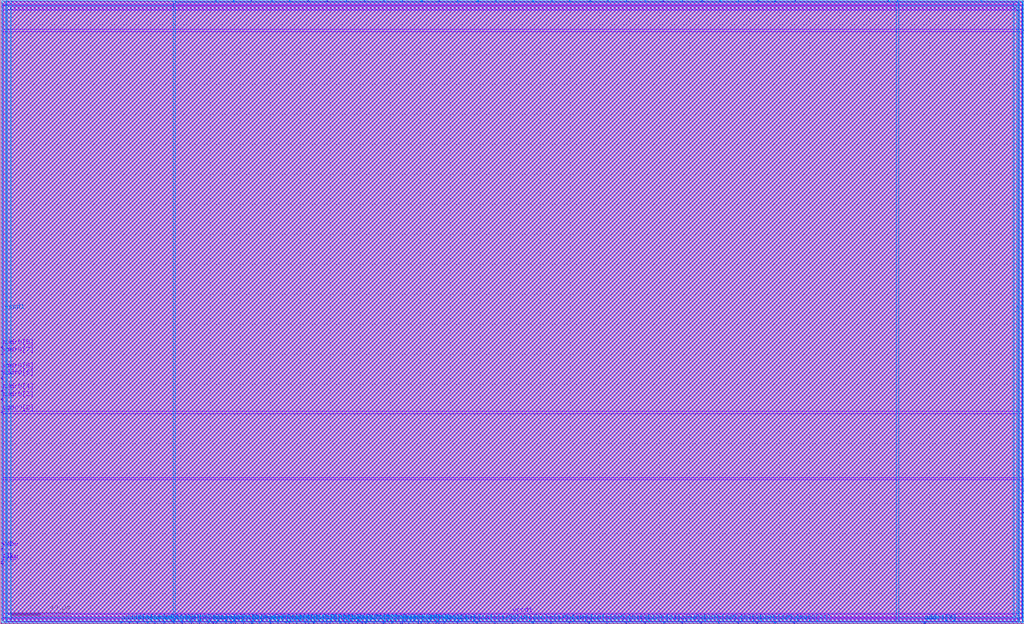
<source format=lef>
# Copyright 2020 The SkyWater PDK Authors
#
# Licensed under the Apache License, Version 2.0 (the "License");
# you may not use this file except in compliance with the License.
# You may obtain a copy of the License at
#
#     https://www.apache.org/licenses/LICENSE-2.0
#
# Unless required by applicable law or agreed to in writing, software
# distributed under the License is distributed on an "AS IS" BASIS,
# WITHOUT WARRANTIES OR CONDITIONS OF ANY KIND, either express or implied.
# See the License for the specific language governing permissions and
# limitations under the License.
#
# SPDX-License-Identifier: Apache-2.0

VERSION 5.7 ;

BUSBITCHARS "[]" ;
DIVIDERCHAR "/" ;

UNITS
  TIME NANOSECONDS 1 ;
  CAPACITANCE PICOFARADS 1 ;
  RESISTANCE OHMS 1 ;
  DATABASE MICRONS 1000 ;
END UNITS

MANUFACTURINGGRID 0.005 ;

PROPERTYDEFINITIONS
  LAYER LEF58_TYPE STRING ;
END PROPERTYDEFINITIONS

# High density, single height
SITE unithd
  SYMMETRY Y ;
  CLASS CORE ;
  SIZE 0.46 BY 2.72 ;
END unithd

# High density, double height
SITE unithddbl
  SYMMETRY Y ;
  CLASS CORE ;
  SIZE 0.46 BY 5.44 ;
END unithddbl

LAYER nwell
  TYPE MASTERSLICE ;
  PROPERTY LEF58_TYPE "TYPE NWELL ;" ;
END nwell

LAYER pwell
  TYPE MASTERSLICE ;
  PROPERTY LEF58_TYPE "TYPE PWELL ;" ;
END pwell

LAYER li1
  TYPE ROUTING ;
  DIRECTION VERTICAL ;

  PITCH 0.46 0.34 ;
  OFFSET 0.23 0.17 ;

  WIDTH 0.17 ;          # LI 1
  # SPACING  0.17 ;     # LI 2
  SPACINGTABLE
     PARALLELRUNLENGTH 0
     WIDTH 0 0.17 ;
  AREA 0.0561 ;         # LI 6
  THICKNESS 0.1 ;
  EDGECAPACITANCE 40.697E-6 ;
  CAPACITANCE CPERSQDIST 36.9866E-6 ;
  RESISTANCE RPERSQ 12.2 ;

  ANTENNAMODEL OXIDE1 ;
  ANTENNADIFFSIDEAREARATIO PWL ( ( 0 75 ) ( 0.0125 75 ) ( 0.0225 85.125 ) ( 22.5 10200 ) ) ;
END li1

LAYER mcon
  TYPE CUT ;

  WIDTH 0.17 ;                # Mcon 1
  SPACING 0.19 ;              # Mcon 2
  ENCLOSURE BELOW 0 0 ;       # Mcon 4
  ENCLOSURE ABOVE 0.03 0.06 ; # Met1 4 / Met1 5

  ANTENNADIFFAREARATIO PWL ( ( 0 3 ) ( 0.0125 3 ) ( 0.0225 3.405 ) ( 22.5 408 ) ) ;
  DCCURRENTDENSITY AVERAGE 0.36 ; # mA per via Iavg_max at Tj = 90oC

END mcon

LAYER met1
  TYPE ROUTING ;
  DIRECTION HORIZONTAL ;

  PITCH 0.34 ;
  OFFSET 0.17 ;

  WIDTH 0.14 ;                     # Met1 1
  # SPACING 0.14 ;                 # Met1 2
  # SPACING 0.28 RANGE 3.001 100 ; # Met1 3b
  SPACINGTABLE
     PARALLELRUNLENGTH 0
     WIDTH 0 0.14
     WIDTH 3 0.28 ;
  AREA 0.083 ;                     # Met1 6
  THICKNESS 0.35 ;
  MINENCLOSEDAREA 0.14 ;

  ANTENNAMODEL OXIDE1 ;
  ANTENNADIFFSIDEAREARATIO PWL ( ( 0 400 ) ( 0.0125 400 ) ( 0.0225 2609 ) ( 22.5 11600 ) ) ;

  EDGECAPACITANCE 40.567E-6 ;
  CAPACITANCE CPERSQDIST 25.7784E-6 ;
  DCCURRENTDENSITY AVERAGE 2.8 ; # mA/um Iavg_max at Tj = 90oC
  ACCURRENTDENSITY RMS 6.1 ; # mA/um Irms_max at Tj = 90oC
  MAXIMUMDENSITY 70 ;
  DENSITYCHECKWINDOW 700 700 ;
  DENSITYCHECKSTEP 70 ;

  RESISTANCE RPERSQ 0.125 ;
END met1

LAYER via
  TYPE CUT ;
  WIDTH 0.15 ;                  # Via 1a
  SPACING 0.17 ;                # Via 2
  ENCLOSURE BELOW 0.055 0.085 ; # Via 4a / Via 5a
  ENCLOSURE ABOVE 0.055 0.085 ; # Met2 4 / Met2 5

  ANTENNADIFFAREARATIO PWL ( ( 0 6 ) ( 0.0125 6 ) ( 0.0225 6.81 ) ( 22.5 816 ) ) ;
  DCCURRENTDENSITY AVERAGE 0.29 ; # mA per via Iavg_max at Tj = 90oC
END via

LAYER met2
  TYPE ROUTING ;
  DIRECTION VERTICAL ;

  PITCH 0.46 ;
  OFFSET 0.23 ;

  WIDTH 0.14 ;                        # Met2 1
  # SPACING  0.14 ;                   # Met2 2
  # SPACING  0.28 RANGE 3.001 100 ;   # Met2 3b
  SPACINGTABLE
     PARALLELRUNLENGTH 0
     WIDTH 0 0.14
     WIDTH 3 0.28 ;
  AREA 0.0676 ;                       # Met2 6
  THICKNESS 0.35 ;
  MINENCLOSEDAREA 0.14 ;

  EDGECAPACITANCE 37.759E-6 ;
  CAPACITANCE CPERSQDIST 16.9423E-6 ;
  RESISTANCE RPERSQ 0.125 ;
  DCCURRENTDENSITY AVERAGE 2.8 ; # mA/um Iavg_max at Tj = 90oC
  ACCURRENTDENSITY RMS 6.1 ; # mA/um Irms_max at Tj = 90oC

  ANTENNAMODEL OXIDE1 ;
  ANTENNADIFFSIDEAREARATIO PWL ( ( 0 400 ) ( 0.0125 400 ) ( 0.0225 2609 ) ( 22.5 11600 ) ) ;

  MAXIMUMDENSITY 70 ;
  DENSITYCHECKWINDOW 700 700 ;
  DENSITYCHECKSTEP 70 ;
END met2

# ******** Layer via2, type routing, number 44 **************
LAYER via2
  TYPE CUT ;
  WIDTH 0.2 ;                   # Via2 1
  SPACING 0.2 ;                 # Via2 2
  ENCLOSURE BELOW 0.04 0.085 ;  # Via2 4
  ENCLOSURE ABOVE 0.065 0.065 ; # Met3 4
  ANTENNADIFFAREARATIO PWL ( ( 0 6 ) ( 0.0125 6 ) ( 0.0225 6.81 ) ( 22.5 816 ) ) ;
  DCCURRENTDENSITY AVERAGE 0.48 ; # mA per via Iavg_max at Tj = 90oC
END via2

LAYER met3
  TYPE ROUTING ;
  DIRECTION HORIZONTAL ;

  PITCH 0.68 ;
  OFFSET 0.34 ;

  WIDTH 0.3 ;              # Met3 1
  # SPACING 0.3 ;          # Met3 2
  SPACINGTABLE
     PARALLELRUNLENGTH 0
     WIDTH 0 0.3
     WIDTH 3 0.4 ;
  AREA 0.24 ;              # Met3 6
  THICKNESS 0.8 ;

  EDGECAPACITANCE 40.989E-6 ;
  CAPACITANCE CPERSQDIST 12.3729E-6 ;
  RESISTANCE RPERSQ 0.047 ;
  DCCURRENTDENSITY AVERAGE 6.8 ; # mA/um Iavg_max at Tj = 90oC
  ACCURRENTDENSITY RMS 14.9 ; # mA/um Irms_max at Tj = 90oC

  ANTENNAMODEL OXIDE1 ;
  ANTENNADIFFSIDEAREARATIO PWL ( ( 0 400 ) ( 0.0125 400 ) ( 0.0225 2609 ) ( 22.5 11600 ) ) ;

  MAXIMUMDENSITY 70 ;
  DENSITYCHECKWINDOW 700 700 ;
  DENSITYCHECKSTEP 70 ;
END met3

LAYER via3
  TYPE CUT ;
  WIDTH 0.2 ;                   # Via3 1
  SPACING 0.2 ;                 # Via3 2
  ENCLOSURE BELOW 0.06 0.09 ;   # Via3 4 / Via3 5
  ENCLOSURE ABOVE 0.065 0.065 ; # Met4 3
  ANTENNADIFFAREARATIO PWL ( ( 0 6 ) ( 0.0125 6 ) ( 0.0225 6.81 ) ( 22.5 816 ) ) ;
  DCCURRENTDENSITY AVERAGE 0.48 ; # mA per via Iavg_max at Tj = 90oC
END via3

LAYER met4
  TYPE ROUTING ;
  DIRECTION VERTICAL ;

  PITCH 0.92 ;
  OFFSET 0.46 ;

  WIDTH 0.3 ;             # Met4 1
  # SPACING  0.3 ;             # Met4 2
  SPACINGTABLE
     PARALLELRUNLENGTH 0
     WIDTH 0 0.3
     WIDTH 3 0.4 ;
  AREA 0.24 ;            # Met4 4a

  THICKNESS 0.8 ;

  EDGECAPACITANCE 36.676E-6 ;
  CAPACITANCE CPERSQDIST 8.41537E-6 ;
  RESISTANCE RPERSQ 0.047 ;
  DCCURRENTDENSITY AVERAGE 6.8 ; # mA/um Iavg_max at Tj = 90oC
  ACCURRENTDENSITY RMS 14.9 ; # mA/um Irms_max at Tj = 90oC

  ANTENNAMODEL OXIDE1 ;
  ANTENNADIFFSIDEAREARATIO PWL ( ( 0 400 ) ( 0.0125 400 ) ( 0.0225 2609 ) ( 22.5 11600 ) ) ;

  MAXIMUMDENSITY 70 ;
  DENSITYCHECKWINDOW 700 700 ;
  DENSITYCHECKSTEP 70 ;
END met4

LAYER via4
  TYPE CUT ;

  WIDTH 0.8 ;                 # Via4 1
  SPACING 0.8 ;               # Via4 2
  ENCLOSURE BELOW 0.19 0.19 ; # Via4 4
  ENCLOSURE ABOVE 0.31 0.31 ; # Met5 3
  ANTENNADIFFAREARATIO PWL ( ( 0 6 ) ( 0.0125 6 ) ( 0.0225 6.81 ) ( 22.5 816 ) ) ;
  DCCURRENTDENSITY AVERAGE 2.49 ; # mA per via Iavg_max at Tj = 90oC
END via4

LAYER met5
  TYPE ROUTING ;
  DIRECTION HORIZONTAL ;

  PITCH 3.4 ;
  OFFSET 1.7 ;

  WIDTH 1.6 ;            # Met5 1
  #SPACING  1.6 ;        # Met5 2
  SPACINGTABLE
     PARALLELRUNLENGTH 0
     WIDTH 0 1.6 ;
  AREA 4 ;               # Met5 4

  THICKNESS 1.2 ;

  EDGECAPACITANCE 38.851E-6 ;
  CAPACITANCE CPERSQDIST 6.32063E-6 ;
  RESISTANCE RPERSQ 0.0285 ;
  DCCURRENTDENSITY AVERAGE 10.17 ; # mA/um Iavg_max at Tj = 90oC
  ACCURRENTDENSITY RMS 22.34 ; # mA/um Irms_max at Tj = 90oC

  ANTENNAMODEL OXIDE1 ;
  ANTENNADIFFSIDEAREARATIO PWL ( ( 0 400 ) ( 0.0125 400 ) ( 0.0225 2609 ) ( 22.5 11600 ) ) ;
END met5


### Routing via cells section   ###
# Plus via rule, metals are along the prefered direction
VIA L1M1_PR DEFAULT
  LAYER mcon ;
  RECT -0.085 -0.085 0.085 0.085 ;
  LAYER li1 ;
  RECT -0.085 -0.085 0.085 0.085 ;
  LAYER met1 ;
  RECT -0.145 -0.115 0.145 0.115 ;
END L1M1_PR

VIARULE L1M1_PR GENERATE
  LAYER li1 ;
  ENCLOSURE 0 0 ;
  LAYER met1 ;
  ENCLOSURE 0.06 0.03 ;
  LAYER mcon ;
  RECT -0.085 -0.085 0.085 0.085 ;
  SPACING 0.36 BY 0.36 ;
END L1M1_PR

# Plus via rule, metals are along the non prefered direction
VIA L1M1_PR_R DEFAULT
  LAYER mcon ;
  RECT -0.085 -0.085 0.085 0.085 ;
  LAYER li1 ;
  RECT -0.085 -0.085 0.085 0.085 ;
  LAYER met1 ;
  RECT -0.115 -0.145 0.115 0.145 ;
END L1M1_PR_R

VIARULE L1M1_PR_R GENERATE
  LAYER li1 ;
  ENCLOSURE 0 0 ;
  LAYER met1 ;
  ENCLOSURE 0.03 0.06 ;
  LAYER mcon ;
  RECT -0.085 -0.085 0.085 0.085 ;
  SPACING 0.36 BY 0.36 ;
END L1M1_PR_R

# Minus via rule, lower layer metal is along prefered direction
VIA L1M1_PR_M DEFAULT
  LAYER mcon ;
  RECT -0.085 -0.085 0.085 0.085 ;
  LAYER li1 ;
  RECT -0.085 -0.085 0.085 0.085 ;
  LAYER met1 ;
  RECT -0.115 -0.145 0.115 0.145 ;
END L1M1_PR_M

VIARULE L1M1_PR_M GENERATE
  LAYER li1 ;
  ENCLOSURE 0 0 ;
  LAYER met1 ;
  ENCLOSURE 0.03 0.06 ;
  LAYER mcon ;
  RECT -0.085 -0.085 0.085 0.085 ;
  SPACING 0.36 BY 0.36 ;
END L1M1_PR_M

# Minus via rule, upper layer metal is along prefered direction
VIA L1M1_PR_MR DEFAULT
  LAYER mcon ;
  RECT -0.085 -0.085 0.085 0.085 ;
  LAYER li1 ;
  RECT -0.085 -0.085 0.085 0.085 ;
  LAYER met1 ;
  RECT -0.145 -0.115 0.145 0.115 ;
END L1M1_PR_MR

VIARULE L1M1_PR_MR GENERATE
  LAYER li1 ;
  ENCLOSURE 0 0 ;
  LAYER met1 ;
  ENCLOSURE 0.06 0.03 ;
  LAYER mcon ;
  RECT -0.085 -0.085 0.085 0.085 ;
  SPACING 0.36 BY 0.36 ;
END L1M1_PR_MR

# Centered via rule, we really do not want to use it
VIA L1M1_PR_C DEFAULT
  LAYER mcon ;
  RECT -0.085 -0.085 0.085 0.085 ;
  LAYER li1 ;
  RECT -0.085 -0.085 0.085 0.085 ;
  LAYER met1 ;
  RECT -0.145 -0.145 0.145 0.145 ;
END L1M1_PR_C

VIARULE L1M1_PR_C GENERATE
  LAYER li1 ;
  ENCLOSURE 0 0 ;
  LAYER met1 ;
  ENCLOSURE 0.06 0.06 ;
  LAYER mcon ;
  RECT -0.085 -0.085 0.085 0.085 ;
  SPACING 0.36 BY 0.36 ;
END L1M1_PR_C

# Plus via rule, metals are along the prefered direction
VIA M1M2_PR DEFAULT
  LAYER via ;
  RECT -0.075 -0.075 0.075 0.075 ;
  LAYER met1 ;
  RECT -0.16 -0.13 0.16 0.13 ;
  LAYER met2 ;
  RECT -0.13 -0.16 0.13 0.16 ;
END M1M2_PR

VIARULE M1M2_PR GENERATE
  LAYER met1 ;
  ENCLOSURE 0.085 0.055 ;
  LAYER met2 ;
  ENCLOSURE 0.055 0.085 ;
  LAYER via ;
  RECT -0.075 -0.075 0.075 0.075 ;
  SPACING 0.32 BY 0.32 ;
END M1M2_PR

# Plus via rule, metals are along the non prefered direction
VIA M1M2_PR_R DEFAULT
  LAYER via ;
  RECT -0.075 -0.075 0.075 0.075 ;
  LAYER met1 ;
  RECT -0.13 -0.16 0.13 0.16 ;
  LAYER met2 ;
  RECT -0.16 -0.13 0.16 0.13 ;
END M1M2_PR_R

VIARULE M1M2_PR_R GENERATE
  LAYER met1 ;
  ENCLOSURE 0.055 0.085 ;
  LAYER met2 ;
  ENCLOSURE 0.085 0.055 ;
  LAYER via ;
  RECT -0.075 -0.075 0.075 0.075 ;
  SPACING 0.32 BY 0.32 ;
END M1M2_PR_R

# Minus via rule, lower layer metal is along prefered direction
VIA M1M2_PR_M DEFAULT
  LAYER via ;
  RECT -0.075 -0.075 0.075 0.075 ;
  LAYER met1 ;
  RECT -0.16 -0.13 0.16 0.13 ;
  LAYER met2 ;
  RECT -0.16 -0.13 0.16 0.13 ;
END M1M2_PR_M

VIARULE M1M2_PR_M GENERATE
  LAYER met1 ;
  ENCLOSURE 0.085 0.055 ;
  LAYER met2 ;
  ENCLOSURE 0.085 0.055 ;
  LAYER via ;
  RECT -0.075 -0.075 0.075 0.075 ;
  SPACING 0.32 BY 0.32 ;
END M1M2_PR_M

# Minus via rule, upper layer metal is along prefered direction
VIA M1M2_PR_MR DEFAULT
  LAYER via ;
  RECT -0.075 -0.075 0.075 0.075 ;
  LAYER met1 ;
  RECT -0.13 -0.16 0.13 0.16 ;
  LAYER met2 ;
  RECT -0.13 -0.16 0.13 0.16 ;
END M1M2_PR_MR

VIARULE M1M2_PR_MR GENERATE
  LAYER met1 ;
  ENCLOSURE 0.055 0.085 ;
  LAYER met2 ;
  ENCLOSURE 0.055 0.085 ;
  LAYER via ;
  RECT -0.075 -0.075 0.075 0.075 ;
  SPACING 0.32 BY 0.32 ;
END M1M2_PR_MR

# Centered via rule, we really do not want to use it
VIA M1M2_PR_C DEFAULT
  LAYER via ;
  RECT -0.075 -0.075 0.075 0.075 ;
  LAYER met1 ;
  RECT -0.16 -0.16 0.16 0.16 ;
  LAYER met2 ;
  RECT -0.16 -0.16 0.16 0.16 ;
END M1M2_PR_C

VIARULE M1M2_PR_C GENERATE
  LAYER met1 ;
  ENCLOSURE 0.085 0.085 ;
  LAYER met2 ;
  ENCLOSURE 0.085 0.085 ;
  LAYER via ;
  RECT -0.075 -0.075 0.075 0.075 ;
  SPACING 0.32 BY 0.32 ;
END M1M2_PR_C

# Plus via rule, metals are along the prefered direction
VIA M2M3_PR DEFAULT
  LAYER via2 ;
  RECT -0.1 -0.1 0.1 0.1 ;
  LAYER met2 ;
  RECT -0.14 -0.185 0.14 0.185 ;
  LAYER met3 ;
  RECT -0.165 -0.165 0.165 0.165 ;
END M2M3_PR

VIARULE M2M3_PR GENERATE
  LAYER met2 ;
  ENCLOSURE 0.04 0.085 ;
  LAYER met3 ;
  ENCLOSURE 0.065 0.065 ;
  LAYER via2 ;
  RECT -0.1 -0.1 0.1 0.1 ;
  SPACING 0.4 BY 0.4 ;
END M2M3_PR

# Plus via rule, metals are along the non prefered direction
VIA M2M3_PR_R DEFAULT
  LAYER via2 ;
  RECT -0.1 -0.1 0.1 0.1 ;
  LAYER met2 ;
  RECT -0.185 -0.14 0.185 0.14 ;
  LAYER met3 ;
  RECT -0.165 -0.165 0.165 0.165 ;
END M2M3_PR_R

VIARULE M2M3_PR_R GENERATE
  LAYER met2 ;
  ENCLOSURE 0.085 0.04 ;
  LAYER met3 ;
  ENCLOSURE 0.065 0.065 ;
  LAYER via2 ;
  RECT -0.1 -0.1 0.1 0.1 ;
  SPACING 0.4 BY 0.4 ;
END M2M3_PR_R

# Minus via rule, lower layer metal is along prefered direction
VIA M2M3_PR_M DEFAULT
  LAYER via2 ;
  RECT -0.1 -0.1 0.1 0.1 ;
  LAYER met2 ;
  RECT -0.14 -0.185 0.14 0.185 ;
  LAYER met3 ;
  RECT -0.165 -0.165 0.165 0.165 ;
END M2M3_PR_M

VIARULE M2M3_PR_M GENERATE
  LAYER met2 ;
  ENCLOSURE 0.04 0.085 ;
  LAYER met3 ;
  ENCLOSURE 0.065 0.065 ;
  LAYER via2 ;
  RECT -0.1 -0.1 0.1 0.1 ;
  SPACING 0.4 BY 0.4 ;
END M2M3_PR_M

# Minus via rule, upper layer metal is along prefered direction
VIA M2M3_PR_MR DEFAULT
  LAYER via2 ;
  RECT -0.1 -0.1 0.1 0.1 ;
  LAYER met2 ;
  RECT -0.185 -0.14 0.185 0.14 ;
  LAYER met3 ;
  RECT -0.165 -0.165 0.165 0.165 ;
END M2M3_PR_MR

VIARULE M2M3_PR_MR GENERATE
  LAYER met2 ;
  ENCLOSURE 0.085 0.04 ;
  LAYER met3 ;
  ENCLOSURE 0.065 0.065 ;
  LAYER via2 ;
  RECT -0.1 -0.1 0.1 0.1 ;
  SPACING 0.4 BY 0.4 ;
END M2M3_PR_MR

# Centered via rule, we really do not want to use it
VIA M2M3_PR_C DEFAULT
  LAYER via2 ;
  RECT -0.1 -0.1 0.1 0.1 ;
  LAYER met2 ;
  RECT -0.185 -0.185 0.185 0.185 ;
  LAYER met3 ;
  RECT -0.165 -0.165 0.165 0.165 ;
END M2M3_PR_C

VIARULE M2M3_PR_C GENERATE
  LAYER met2 ;
  ENCLOSURE 0.085 0.085 ;
  LAYER met3 ;
  ENCLOSURE 0.065 0.065 ;
  LAYER via2 ;
  RECT -0.1 -0.1 0.1 0.1 ;
  SPACING 0.4 BY 0.4 ;
END M2M3_PR_C

# Plus via rule, metals are along the prefered direction
VIA M3M4_PR DEFAULT
  LAYER via3 ;
  RECT -0.1 -0.1 0.1 0.1 ;
  LAYER met3 ;
  RECT -0.19 -0.16 0.19 0.16 ;
  LAYER met4 ;
  RECT -0.165 -0.165 0.165 0.165 ;
END M3M4_PR

VIARULE M3M4_PR GENERATE
  LAYER met3 ;
  ENCLOSURE 0.09 0.06 ;
  LAYER met4 ;
  ENCLOSURE 0.065 0.065 ;
  LAYER via3 ;
  RECT -0.1 -0.1 0.1 0.1 ;
  SPACING 0.4 BY 0.4 ;
END M3M4_PR

# Plus via rule, metals are along the non prefered direction
VIA M3M4_PR_R DEFAULT
  LAYER via3 ;
  RECT -0.1 -0.1 0.1 0.1 ;
  LAYER met3 ;
  RECT -0.16 -0.19 0.16 0.19 ;
  LAYER met4 ;
  RECT -0.165 -0.165 0.165 0.165 ;
END M3M4_PR_R

VIARULE M3M4_PR_R GENERATE
  LAYER met3 ;
  ENCLOSURE 0.06 0.09 ;
  LAYER met4 ;
  ENCLOSURE 0.065 0.065 ;
  LAYER via3 ;
  RECT -0.1 -0.1 0.1 0.1 ;
  SPACING 0.4 BY 0.4 ;
END M3M4_PR_R

# Minus via rule, lower layer metal is along prefered direction
VIA M3M4_PR_M DEFAULT
  LAYER via3 ;
  RECT -0.1 -0.1 0.1 0.1 ;
  LAYER met3 ;
  RECT -0.19 -0.16 0.19 0.16 ;
  LAYER met4 ;
  RECT -0.165 -0.165 0.165 0.165 ;
END M3M4_PR_M

VIARULE M3M4_PR_M GENERATE
  LAYER met3 ;
  ENCLOSURE 0.09 0.06 ;
  LAYER met4 ;
  ENCLOSURE 0.065 0.065 ;
  LAYER via3 ;
  RECT -0.1 -0.1 0.1 0.1 ;
  SPACING 0.4 BY 0.4 ;
END M3M4_PR_M

# Minus via rule, upper layer metal is along prefered direction
VIA M3M4_PR_MR DEFAULT
  LAYER via3 ;
  RECT -0.1 -0.1 0.1 0.1 ;
  LAYER met3 ;
  RECT -0.16 -0.19 0.16 0.19 ;
  LAYER met4 ;
  RECT -0.165 -0.165 0.165 0.165 ;
END M3M4_PR_MR

VIARULE M3M4_PR_MR GENERATE
  LAYER met3 ;
  ENCLOSURE 0.06 0.09 ;
  LAYER met4 ;
  ENCLOSURE 0.065 0.065 ;
  LAYER via3 ;
  RECT -0.1 -0.1 0.1 0.1 ;
  SPACING 0.4 BY 0.4 ;
END M3M4_PR_MR

# Centered via rule, we really do not want to use it
VIA M3M4_PR_C DEFAULT
  LAYER via3 ;
  RECT -0.1 -0.1 0.1 0.1 ;
  LAYER met3 ;
  RECT -0.19 -0.19 0.19 0.19 ;
  LAYER met4 ;
  RECT -0.165 -0.165 0.165 0.165 ;
END M3M4_PR_C

VIARULE M3M4_PR_C GENERATE
  LAYER met3 ;
  ENCLOSURE 0.09 0.09 ;
  LAYER met4 ;
  ENCLOSURE 0.065 0.065 ;
  LAYER via3 ;
  RECT -0.1 -0.1 0.1 0.1 ;
  SPACING 0.4 BY 0.4 ;
END M3M4_PR_C

# Plus via rule, metals are along the prefered direction
VIA M4M5_PR DEFAULT
  LAYER via4 ;
  RECT -0.4 -0.4 0.4 0.4 ;
  LAYER met4 ;
  RECT -0.59 -0.59 0.59 0.59 ;
  LAYER met5 ;
  RECT -0.71 -0.71 0.71 0.71 ;
END M4M5_PR

VIARULE M4M5_PR GENERATE
  LAYER met4 ;
  ENCLOSURE 0.19 0.19 ;
  LAYER met5 ;
  ENCLOSURE 0.31 0.31 ;
  LAYER via4 ;
  RECT -0.4 -0.4 0.4 0.4 ;
  SPACING 1.6 BY 1.6 ;
END M4M5_PR

# Plus via rule, metals are along the non prefered direction
VIA M4M5_PR_R DEFAULT
  LAYER via4 ;
  RECT -0.4 -0.4 0.4 0.4 ;
  LAYER met4 ;
  RECT -0.59 -0.59 0.59 0.59 ;
  LAYER met5 ;
  RECT -0.71 -0.71 0.71 0.71 ;
END M4M5_PR_R

VIARULE M4M5_PR_R GENERATE
  LAYER met4 ;
  ENCLOSURE 0.19 0.19 ;
  LAYER met5 ;
  ENCLOSURE 0.31 0.31 ;
  LAYER via4 ;
  RECT -0.4 -0.4 0.4 0.4 ;
  SPACING 1.6 BY 1.6 ;
END M4M5_PR_R

# Minus via rule, lower layer metal is along prefered direction
VIA M4M5_PR_M DEFAULT
  LAYER via4 ;
  RECT -0.4 -0.4 0.4 0.4 ;
  LAYER met4 ;
  RECT -0.59 -0.59 0.59 0.59 ;
  LAYER met5 ;
  RECT -0.71 -0.71 0.71 0.71 ;
END M4M5_PR_M

VIARULE M4M5_PR_M GENERATE
  LAYER met4 ;
  ENCLOSURE 0.19 0.19 ;
  LAYER met5 ;
  ENCLOSURE 0.31 0.31 ;
  LAYER via4 ;
  RECT -0.4 -0.4 0.4 0.4 ;
  SPACING 1.6 BY 1.6 ;
END M4M5_PR_M

# Minus via rule, upper layer metal is along prefered direction
VIA M4M5_PR_MR DEFAULT
  LAYER via4 ;
  RECT -0.4 -0.4 0.4 0.4 ;
  LAYER met4 ;
  RECT -0.59 -0.59 0.59 0.59 ;
  LAYER met5 ;
  RECT -0.71 -0.71 0.71 0.71 ;
END M4M5_PR_MR

VIARULE M4M5_PR_MR GENERATE
  LAYER met4 ;
  ENCLOSURE 0.19 0.19 ;
  LAYER met5 ;
  ENCLOSURE 0.31 0.31 ;
  LAYER via4 ;
  RECT -0.4 -0.4 0.4 0.4 ;
  SPACING 1.6 BY 1.6 ;
END M4M5_PR_MR

# Centered via rule, we really do not want to use it
VIA M4M5_PR_C DEFAULT
  LAYER via4 ;
  RECT -0.4 -0.4 0.4 0.4 ;
  LAYER met4 ;
  RECT -0.59 -0.59 0.59 0.59 ;
  LAYER met5 ;
  RECT -0.71 -0.71 0.71 0.71 ;
END M4M5_PR_C

VIARULE M4M5_PR_C GENERATE
  LAYER met4 ;
  ENCLOSURE 0.19 0.19 ;
  LAYER met5 ;
  ENCLOSURE 0.31 0.31 ;
  LAYER via4 ;
  RECT -0.4 -0.4 0.4 0.4 ;
  SPACING 1.6 BY 1.6 ;
END M4M5_PR_C
###  end of single via cells   ###

MACRO sky130_sram_2kbyte_1rw1r_32x512_8
   CLASS BLOCK ;
   SIZE 683.1 BY 416.54 ;
   SYMMETRY X Y R90 ;
   PIN din0[0]
      DIRECTION INPUT ;
      PORT
         LAYER met4 ;
         RECT  115.6 0.0 115.98 1.06 ;
      END
   END din0[0]
   PIN din0[1]
      DIRECTION INPUT ;
      PORT
         LAYER met4 ;
         RECT  121.04 0.0 121.42 1.06 ;
      END
   END din0[1]
   PIN din0[2]
      DIRECTION INPUT ;
      PORT
         LAYER met4 ;
         RECT  127.16 0.0 127.54 1.06 ;
      END
   END din0[2]
   PIN din0[3]
      DIRECTION INPUT ;
      PORT
         LAYER met4 ;
         RECT  132.6 0.0 132.98 1.06 ;
      END
   END din0[3]
   PIN din0[4]
      DIRECTION INPUT ;
      PORT
         LAYER met4 ;
         RECT  138.04 0.0 138.42 1.06 ;
      END
   END din0[4]
   PIN din0[5]
      DIRECTION INPUT ;
      PORT
         LAYER met4 ;
         RECT  143.48 0.0 143.86 1.06 ;
      END
   END din0[5]
   PIN din0[6]
      DIRECTION INPUT ;
      PORT
         LAYER met4 ;
         RECT  150.28 0.0 150.66 1.06 ;
      END
   END din0[6]
   PIN din0[7]
      DIRECTION INPUT ;
      PORT
         LAYER met4 ;
         RECT  156.4 0.0 156.78 1.06 ;
      END
   END din0[7]
   PIN din0[8]
      DIRECTION INPUT ;
      PORT
         LAYER met4 ;
         RECT  161.84 0.0 162.22 1.06 ;
      END
   END din0[8]
   PIN din0[9]
      DIRECTION INPUT ;
      PORT
         LAYER met4 ;
         RECT  167.28 0.0 167.66 1.06 ;
      END
   END din0[9]
   PIN din0[10]
      DIRECTION INPUT ;
      PORT
         LAYER met4 ;
         RECT  172.72 0.0 173.1 1.06 ;
      END
   END din0[10]
   PIN din0[11]
      DIRECTION INPUT ;
      PORT
         LAYER met4 ;
         RECT  179.52 0.0 179.9 1.06 ;
      END
   END din0[11]
   PIN din0[12]
      DIRECTION INPUT ;
      PORT
         LAYER met4 ;
         RECT  184.96 0.0 185.34 1.06 ;
      END
   END din0[12]
   PIN din0[13]
      DIRECTION INPUT ;
      PORT
         LAYER met4 ;
         RECT  190.4 0.0 190.78 1.06 ;
      END
   END din0[13]
   PIN din0[14]
      DIRECTION INPUT ;
      PORT
         LAYER met4 ;
         RECT  197.2 0.0 197.58 1.06 ;
      END
   END din0[14]
   PIN din0[15]
      DIRECTION INPUT ;
      PORT
         LAYER met4 ;
         RECT  203.32 0.0 203.7 1.06 ;
      END
   END din0[15]
   PIN din0[16]
      DIRECTION INPUT ;
      PORT
         LAYER met4 ;
         RECT  208.76 0.0 209.14 1.06 ;
      END
   END din0[16]
   PIN din0[17]
      DIRECTION INPUT ;
      PORT
         LAYER met4 ;
         RECT  214.2 0.0 214.58 1.06 ;
      END
   END din0[17]
   PIN din0[18]
      DIRECTION INPUT ;
      PORT
         LAYER met4 ;
         RECT  219.64 0.0 220.02 1.06 ;
      END
   END din0[18]
   PIN din0[19]
      DIRECTION INPUT ;
      PORT
         LAYER met4 ;
         RECT  226.44 0.0 226.82 1.06 ;
      END
   END din0[19]
   PIN din0[20]
      DIRECTION INPUT ;
      PORT
         LAYER met4 ;
         RECT  231.88 0.0 232.26 1.06 ;
      END
   END din0[20]
   PIN din0[21]
      DIRECTION INPUT ;
      PORT
         LAYER met4 ;
         RECT  238.0 0.0 238.38 1.06 ;
      END
   END din0[21]
   PIN din0[22]
      DIRECTION INPUT ;
      PORT
         LAYER met4 ;
         RECT  243.44 0.0 243.82 1.06 ;
      END
   END din0[22]
   PIN din0[23]
      DIRECTION INPUT ;
      PORT
         LAYER met4 ;
         RECT  248.88 0.0 249.26 1.06 ;
      END
   END din0[23]
   PIN din0[24]
      DIRECTION INPUT ;
      PORT
         LAYER met4 ;
         RECT  255.68 0.0 256.06 1.06 ;
      END
   END din0[24]
   PIN din0[25]
      DIRECTION INPUT ;
      PORT
         LAYER met4 ;
         RECT  261.12 0.0 261.5 1.06 ;
      END
   END din0[25]
   PIN din0[26]
      DIRECTION INPUT ;
      PORT
         LAYER met4 ;
         RECT  266.56 0.0 266.94 1.06 ;
      END
   END din0[26]
   PIN din0[27]
      DIRECTION INPUT ;
      PORT
         LAYER met4 ;
         RECT  272.0 0.0 272.38 1.06 ;
      END
   END din0[27]
   PIN din0[28]
      DIRECTION INPUT ;
      PORT
         LAYER met4 ;
         RECT  278.8 0.0 279.18 1.06 ;
      END
   END din0[28]
   PIN din0[29]
      DIRECTION INPUT ;
      PORT
         LAYER met4 ;
         RECT  284.92 0.0 285.3 1.06 ;
      END
   END din0[29]
   PIN din0[30]
      DIRECTION INPUT ;
      PORT
         LAYER met4 ;
         RECT  290.36 0.0 290.74 1.06 ;
      END
   END din0[30]
   PIN din0[31]
      DIRECTION INPUT ;
      PORT
         LAYER met4 ;
         RECT  295.8 0.0 296.18 1.06 ;
      END
   END din0[31]
   PIN addr0[0]
      DIRECTION INPUT ;
      PORT
         LAYER met4 ;
         RECT  80.24 0.0 80.62 1.06 ;
      END
   END addr0[0]
   PIN addr0[1]
      DIRECTION INPUT ;
      PORT
         LAYER met4 ;
         RECT  85.68 0.0 86.06 1.06 ;
      END
   END addr0[1]
   PIN addr0[2]
      DIRECTION INPUT ;
      PORT
         LAYER met3 ;
         RECT  0.0 140.76 1.06 141.14 ;
      END
   END addr0[2]
   PIN addr0[3]
      DIRECTION INPUT ;
      PORT
         LAYER met3 ;
         RECT  0.0 149.6 1.06 149.98 ;
      END
   END addr0[3]
   PIN addr0[4]
      DIRECTION INPUT ;
      PORT
         LAYER met3 ;
         RECT  0.0 155.04 1.06 155.42 ;
      END
   END addr0[4]
   PIN addr0[5]
      DIRECTION INPUT ;
      PORT
         LAYER met3 ;
         RECT  0.0 163.88 1.06 164.26 ;
      END
   END addr0[5]
   PIN addr0[6]
      DIRECTION INPUT ;
      PORT
         LAYER met3 ;
         RECT  0.0 168.64 1.06 169.02 ;
      END
   END addr0[6]
   PIN addr0[7]
      DIRECTION INPUT ;
      PORT
         LAYER met3 ;
         RECT  0.0 179.52 1.06 179.9 ;
      END
   END addr0[7]
   PIN addr0[8]
      DIRECTION INPUT ;
      PORT
         LAYER met3 ;
         RECT  0.0 184.28 1.06 184.66 ;
      END
   END addr0[8]
   PIN addr1[0]
      DIRECTION INPUT ;
      PORT
         LAYER met4 ;
         RECT  598.4 415.48 598.78 416.54 ;
      END
   END addr1[0]
   PIN addr1[1]
      DIRECTION INPUT ;
      PORT
         LAYER met4 ;
         RECT  592.28 415.48 592.66 416.54 ;
      END
   END addr1[1]
   PIN addr1[2]
      DIRECTION INPUT ;
      PORT
         LAYER met3 ;
         RECT  682.04 96.56 683.1 96.94 ;
      END
   END addr1[2]
   PIN addr1[3]
      DIRECTION INPUT ;
      PORT
         LAYER met3 ;
         RECT  682.04 88.4 683.1 88.78 ;
      END
   END addr1[3]
   PIN addr1[4]
      DIRECTION INPUT ;
      PORT
         LAYER met3 ;
         RECT  682.04 81.6 683.1 81.98 ;
      END
   END addr1[4]
   PIN addr1[5]
      DIRECTION INPUT ;
      PORT
         LAYER met3 ;
         RECT  682.04 74.12 683.1 74.5 ;
      END
   END addr1[5]
   PIN addr1[6]
      DIRECTION INPUT ;
      PORT
         LAYER met3 ;
         RECT  682.04 68.0 683.1 68.38 ;
      END
   END addr1[6]
   PIN addr1[7]
      DIRECTION INPUT ;
      PORT
         LAYER met4 ;
         RECT  616.08 0.0 616.46 1.06 ;
      END
   END addr1[7]
   PIN addr1[8]
      DIRECTION INPUT ;
      PORT
         LAYER met4 ;
         RECT  616.76 0.0 617.14 1.06 ;
      END
   END addr1[8]
   PIN csb0
      DIRECTION INPUT ;
      PORT
         LAYER met3 ;
         RECT  0.0 40.12 1.06 40.5 ;
      END
   END csb0
   PIN csb1
      DIRECTION INPUT ;
      PORT
         LAYER met3 ;
         RECT  682.04 395.76 683.1 396.14 ;
      END
   END csb1
   PIN web0
      DIRECTION INPUT ;
      PORT
         LAYER met3 ;
         RECT  0.0 49.64 1.06 50.02 ;
      END
   END web0
   PIN clk0
      DIRECTION INPUT ;
      PORT
         LAYER met3 ;
         RECT  0.0 41.48 1.06 41.86 ;
      END
   END clk0
   PIN clk1
      DIRECTION INPUT ;
      PORT
         LAYER met4 ;
         RECT  654.16 415.48 654.54 416.54 ;
      END
   END clk1
   PIN wmask0[0]
      DIRECTION INPUT ;
      PORT
         LAYER met4 ;
         RECT  91.12 0.0 91.5 1.06 ;
      END
   END wmask0[0]
   PIN wmask0[1]
      DIRECTION INPUT ;
      PORT
         LAYER met4 ;
         RECT  97.92 0.0 98.3 1.06 ;
      END
   END wmask0[1]
   PIN wmask0[2]
      DIRECTION INPUT ;
      PORT
         LAYER met4 ;
         RECT  102.68 0.0 103.06 1.06 ;
      END
   END wmask0[2]
   PIN wmask0[3]
      DIRECTION INPUT ;
      PORT
         LAYER met4 ;
         RECT  108.8 0.0 109.18 1.06 ;
      END
   END wmask0[3]
   PIN dout0[0]
      DIRECTION OUTPUT ;
      PORT
         LAYER met4 ;
         RECT  141.44 0.0 141.82 1.06 ;
      END
   END dout0[0]
   PIN dout0[1]
      DIRECTION OUTPUT ;
      PORT
         LAYER met4 ;
         RECT  153.68 0.0 154.06 1.06 ;
      END
   END dout0[1]
   PIN dout0[2]
      DIRECTION OUTPUT ;
      PORT
         LAYER met4 ;
         RECT  167.96 0.0 168.34 1.06 ;
      END
   END dout0[2]
   PIN dout0[3]
      DIRECTION OUTPUT ;
      PORT
         LAYER met4 ;
         RECT  180.2 0.0 180.58 1.06 ;
      END
   END dout0[3]
   PIN dout0[4]
      DIRECTION OUTPUT ;
      PORT
         LAYER met4 ;
         RECT  192.44 0.0 192.82 1.06 ;
      END
   END dout0[4]
   PIN dout0[5]
      DIRECTION OUTPUT ;
      PORT
         LAYER met4 ;
         RECT  205.36 0.0 205.74 1.06 ;
      END
   END dout0[5]
   PIN dout0[6]
      DIRECTION OUTPUT ;
      PORT
         LAYER met4 ;
         RECT  217.6 0.0 217.98 1.06 ;
      END
   END dout0[6]
   PIN dout0[7]
      DIRECTION OUTPUT ;
      PORT
         LAYER met4 ;
         RECT  229.84 0.0 230.22 1.06 ;
      END
   END dout0[7]
   PIN dout0[8]
      DIRECTION OUTPUT ;
      PORT
         LAYER met4 ;
         RECT  241.4 0.0 241.78 1.06 ;
      END
   END dout0[8]
   PIN dout0[9]
      DIRECTION OUTPUT ;
      PORT
         LAYER met4 ;
         RECT  255.0 0.0 255.38 1.06 ;
      END
   END dout0[9]
   PIN dout0[10]
      DIRECTION OUTPUT ;
      PORT
         LAYER met4 ;
         RECT  267.92 0.0 268.3 1.06 ;
      END
   END dout0[10]
   PIN dout0[11]
      DIRECTION OUTPUT ;
      PORT
         LAYER met4 ;
         RECT  280.16 0.0 280.54 1.06 ;
      END
   END dout0[11]
   PIN dout0[12]
      DIRECTION OUTPUT ;
      PORT
         LAYER met4 ;
         RECT  292.4 0.0 292.78 1.06 ;
      END
   END dout0[12]
   PIN dout0[13]
      DIRECTION OUTPUT ;
      PORT
         LAYER met4 ;
         RECT  304.64 0.0 305.02 1.06 ;
      END
   END dout0[13]
   PIN dout0[14]
      DIRECTION OUTPUT ;
      PORT
         LAYER met4 ;
         RECT  317.56 0.0 317.94 1.06 ;
      END
   END dout0[14]
   PIN dout0[15]
      DIRECTION OUTPUT ;
      PORT
         LAYER met4 ;
         RECT  329.8 0.0 330.18 1.06 ;
      END
   END dout0[15]
   PIN dout0[16]
      DIRECTION OUTPUT ;
      PORT
         LAYER met4 ;
         RECT  341.36 0.0 341.74 1.06 ;
      END
   END dout0[16]
   PIN dout0[17]
      DIRECTION OUTPUT ;
      PORT
         LAYER met4 ;
         RECT  354.96 0.0 355.34 1.06 ;
      END
   END dout0[17]
   PIN dout0[18]
      DIRECTION OUTPUT ;
      PORT
         LAYER met4 ;
         RECT  367.2 0.0 367.58 1.06 ;
      END
   END dout0[18]
   PIN dout0[19]
      DIRECTION OUTPUT ;
      PORT
         LAYER met4 ;
         RECT  379.44 0.0 379.82 1.06 ;
      END
   END dout0[19]
   PIN dout0[20]
      DIRECTION OUTPUT ;
      PORT
         LAYER met4 ;
         RECT  392.36 0.0 392.74 1.06 ;
      END
   END dout0[20]
   PIN dout0[21]
      DIRECTION OUTPUT ;
      PORT
         LAYER met4 ;
         RECT  404.6 0.0 404.98 1.06 ;
      END
   END dout0[21]
   PIN dout0[22]
      DIRECTION OUTPUT ;
      PORT
         LAYER met4 ;
         RECT  417.52 0.0 417.9 1.06 ;
      END
   END dout0[22]
   PIN dout0[23]
      DIRECTION OUTPUT ;
      PORT
         LAYER met4 ;
         RECT  429.76 0.0 430.14 1.06 ;
      END
   END dout0[23]
   PIN dout0[24]
      DIRECTION OUTPUT ;
      PORT
         LAYER met4 ;
         RECT  442.68 0.0 443.06 1.06 ;
      END
   END dout0[24]
   PIN dout0[25]
      DIRECTION OUTPUT ;
      PORT
         LAYER met4 ;
         RECT  454.92 0.0 455.3 1.06 ;
      END
   END dout0[25]
   PIN dout0[26]
      DIRECTION OUTPUT ;
      PORT
         LAYER met4 ;
         RECT  467.16 0.0 467.54 1.06 ;
      END
   END dout0[26]
   PIN dout0[27]
      DIRECTION OUTPUT ;
      PORT
         LAYER met4 ;
         RECT  479.4 0.0 479.78 1.06 ;
      END
   END dout0[27]
   PIN dout0[28]
      DIRECTION OUTPUT ;
      PORT
         LAYER met4 ;
         RECT  492.32 0.0 492.7 1.06 ;
      END
   END dout0[28]
   PIN dout0[29]
      DIRECTION OUTPUT ;
      PORT
         LAYER met4 ;
         RECT  504.56 0.0 504.94 1.06 ;
      END
   END dout0[29]
   PIN dout0[30]
      DIRECTION OUTPUT ;
      PORT
         LAYER met4 ;
         RECT  516.8 0.0 517.18 1.06 ;
      END
   END dout0[30]
   PIN dout0[31]
      DIRECTION OUTPUT ;
      PORT
         LAYER met4 ;
         RECT  529.72 0.0 530.1 1.06 ;
      END
   END dout0[31]
   PIN dout1[0]
      DIRECTION OUTPUT ;
      PORT
         LAYER met4 ;
         RECT  143.48 415.48 143.86 416.54 ;
      END
   END dout1[0]
   PIN dout1[1]
      DIRECTION OUTPUT ;
      PORT
         LAYER met4 ;
         RECT  155.04 415.48 155.42 416.54 ;
      END
   END dout1[1]
   PIN dout1[2]
      DIRECTION OUTPUT ;
      PORT
         LAYER met4 ;
         RECT  167.28 415.48 167.66 416.54 ;
      END
   END dout1[2]
   PIN dout1[3]
      DIRECTION OUTPUT ;
      PORT
         LAYER met4 ;
         RECT  180.88 415.48 181.26 416.54 ;
      END
   END dout1[3]
   PIN dout1[4]
      DIRECTION OUTPUT ;
      PORT
         LAYER met4 ;
         RECT  192.44 415.48 192.82 416.54 ;
      END
   END dout1[4]
   PIN dout1[5]
      DIRECTION OUTPUT ;
      PORT
         LAYER met4 ;
         RECT  205.36 415.48 205.74 416.54 ;
      END
   END dout1[5]
   PIN dout1[6]
      DIRECTION OUTPUT ;
      PORT
         LAYER met4 ;
         RECT  217.6 415.48 217.98 416.54 ;
      END
   END dout1[6]
   PIN dout1[7]
      DIRECTION OUTPUT ;
      PORT
         LAYER met4 ;
         RECT  230.52 415.48 230.9 416.54 ;
      END
   END dout1[7]
   PIN dout1[8]
      DIRECTION OUTPUT ;
      PORT
         LAYER met4 ;
         RECT  242.76 415.48 243.14 416.54 ;
      END
   END dout1[8]
   PIN dout1[9]
      DIRECTION OUTPUT ;
      PORT
         LAYER met4 ;
         RECT  255.68 415.48 256.06 416.54 ;
      END
   END dout1[9]
   PIN dout1[10]
      DIRECTION OUTPUT ;
      PORT
         LAYER met4 ;
         RECT  267.92 415.48 268.3 416.54 ;
      END
   END dout1[10]
   PIN dout1[11]
      DIRECTION OUTPUT ;
      PORT
         LAYER met4 ;
         RECT  280.84 415.48 281.22 416.54 ;
      END
   END dout1[11]
   PIN dout1[12]
      DIRECTION OUTPUT ;
      PORT
         LAYER met4 ;
         RECT  292.4 415.48 292.78 416.54 ;
      END
   END dout1[12]
   PIN dout1[13]
      DIRECTION OUTPUT ;
      PORT
         LAYER met4 ;
         RECT  304.64 415.48 305.02 416.54 ;
      END
   END dout1[13]
   PIN dout1[14]
      DIRECTION OUTPUT ;
      PORT
         LAYER met4 ;
         RECT  318.24 415.48 318.62 416.54 ;
      END
   END dout1[14]
   PIN dout1[15]
      DIRECTION OUTPUT ;
      PORT
         LAYER met4 ;
         RECT  330.48 415.48 330.86 416.54 ;
      END
   END dout1[15]
   PIN dout1[16]
      DIRECTION OUTPUT ;
      PORT
         LAYER met4 ;
         RECT  342.72 415.48 343.1 416.54 ;
      END
   END dout1[16]
   PIN dout1[17]
      DIRECTION OUTPUT ;
      PORT
         LAYER met4 ;
         RECT  354.96 415.48 355.34 416.54 ;
      END
   END dout1[17]
   PIN dout1[18]
      DIRECTION OUTPUT ;
      PORT
         LAYER met4 ;
         RECT  367.88 415.48 368.26 416.54 ;
      END
   END dout1[18]
   PIN dout1[19]
      DIRECTION OUTPUT ;
      PORT
         LAYER met4 ;
         RECT  379.44 415.48 379.82 416.54 ;
      END
   END dout1[19]
   PIN dout1[20]
      DIRECTION OUTPUT ;
      PORT
         LAYER met4 ;
         RECT  393.04 415.48 393.42 416.54 ;
      END
   END dout1[20]
   PIN dout1[21]
      DIRECTION OUTPUT ;
      PORT
         LAYER met4 ;
         RECT  405.28 415.48 405.66 416.54 ;
      END
   END dout1[21]
   PIN dout1[22]
      DIRECTION OUTPUT ;
      PORT
         LAYER met4 ;
         RECT  417.52 415.48 417.9 416.54 ;
      END
   END dout1[22]
   PIN dout1[23]
      DIRECTION OUTPUT ;
      PORT
         LAYER met4 ;
         RECT  429.76 415.48 430.14 416.54 ;
      END
   END dout1[23]
   PIN dout1[24]
      DIRECTION OUTPUT ;
      PORT
         LAYER met4 ;
         RECT  442.0 415.48 442.38 416.54 ;
      END
   END dout1[24]
   PIN dout1[25]
      DIRECTION OUTPUT ;
      PORT
         LAYER met4 ;
         RECT  454.92 415.48 455.3 416.54 ;
      END
   END dout1[25]
   PIN dout1[26]
      DIRECTION OUTPUT ;
      PORT
         LAYER met4 ;
         RECT  467.84 415.48 468.22 416.54 ;
      END
   END dout1[26]
   PIN dout1[27]
      DIRECTION OUTPUT ;
      PORT
         LAYER met4 ;
         RECT  480.08 415.48 480.46 416.54 ;
      END
   END dout1[27]
   PIN dout1[28]
      DIRECTION OUTPUT ;
      PORT
         LAYER met4 ;
         RECT  492.32 415.48 492.7 416.54 ;
      END
   END dout1[28]
   PIN dout1[29]
      DIRECTION OUTPUT ;
      PORT
         LAYER met4 ;
         RECT  505.24 415.48 505.62 416.54 ;
      END
   END dout1[29]
   PIN dout1[30]
      DIRECTION OUTPUT ;
      PORT
         LAYER met4 ;
         RECT  516.8 415.48 517.18 416.54 ;
      END
   END dout1[30]
   PIN dout1[31]
      DIRECTION OUTPUT ;
      PORT
         LAYER met4 ;
         RECT  530.4 415.48 530.78 416.54 ;
      END
   END dout1[31]
   PIN vccd1
      DIRECTION INOUT ;
      USE POWER ; 
      SHAPE ABUTMENT ; 
      PORT
         LAYER met4 ;
         RECT  4.76 4.76 6.5 411.78 ;
         LAYER met4 ;
         RECT  676.6 4.76 678.34 411.78 ;
         LAYER met3 ;
         RECT  4.76 410.04 678.34 411.78 ;
         LAYER met3 ;
         RECT  4.76 4.76 678.34 6.5 ;
      END
   END vccd1
   PIN vssd1
      DIRECTION INOUT ;
      USE GROUND ; 
      SHAPE ABUTMENT ; 
      PORT
         LAYER met4 ;
         RECT  680.0 1.36 681.74 415.18 ;
         LAYER met4 ;
         RECT  1.36 1.36 3.1 415.18 ;
         LAYER met3 ;
         RECT  1.36 1.36 681.74 3.1 ;
         LAYER met3 ;
         RECT  1.36 413.44 681.74 415.18 ;
      END
   END vssd1
   OBS
   LAYER  met1 ;
      RECT  0.62 0.62 682.48 415.92 ;
   LAYER  met2 ;
      RECT  0.62 0.62 682.48 415.92 ;
   LAYER  met3 ;
      RECT  1.66 140.16 682.48 141.74 ;
      RECT  0.62 141.74 1.66 149.0 ;
      RECT  0.62 150.58 1.66 154.44 ;
      RECT  0.62 156.02 1.66 163.28 ;
      RECT  0.62 164.86 1.66 168.04 ;
      RECT  0.62 169.62 1.66 178.92 ;
      RECT  0.62 180.5 1.66 183.68 ;
      RECT  1.66 95.96 681.44 97.54 ;
      RECT  1.66 97.54 681.44 140.16 ;
      RECT  681.44 97.54 682.48 140.16 ;
      RECT  681.44 89.38 682.48 95.96 ;
      RECT  681.44 82.58 682.48 87.8 ;
      RECT  681.44 75.1 682.48 81.0 ;
      RECT  681.44 68.98 682.48 73.52 ;
      RECT  1.66 141.74 681.44 395.16 ;
      RECT  1.66 395.16 681.44 396.74 ;
      RECT  681.44 141.74 682.48 395.16 ;
      RECT  0.62 50.62 1.66 140.16 ;
      RECT  0.62 42.46 1.66 49.04 ;
      RECT  1.66 396.74 4.16 409.44 ;
      RECT  1.66 409.44 4.16 412.38 ;
      RECT  4.16 396.74 678.94 409.44 ;
      RECT  678.94 396.74 681.44 409.44 ;
      RECT  678.94 409.44 681.44 412.38 ;
      RECT  1.66 4.16 4.16 7.1 ;
      RECT  1.66 7.1 4.16 95.96 ;
      RECT  4.16 7.1 678.94 95.96 ;
      RECT  678.94 4.16 681.44 7.1 ;
      RECT  678.94 7.1 681.44 95.96 ;
      RECT  681.44 0.62 682.34 0.76 ;
      RECT  681.44 3.7 682.34 67.4 ;
      RECT  682.34 0.62 682.48 0.76 ;
      RECT  682.34 0.76 682.48 3.7 ;
      RECT  682.34 3.7 682.48 67.4 ;
      RECT  0.62 0.62 0.76 0.76 ;
      RECT  0.62 0.76 0.76 3.7 ;
      RECT  0.62 3.7 0.76 39.52 ;
      RECT  0.76 0.62 1.66 0.76 ;
      RECT  0.76 3.7 1.66 39.52 ;
      RECT  1.66 0.62 4.16 0.76 ;
      RECT  1.66 3.7 4.16 4.16 ;
      RECT  4.16 0.62 678.94 0.76 ;
      RECT  4.16 3.7 678.94 4.16 ;
      RECT  678.94 0.62 681.44 0.76 ;
      RECT  678.94 3.7 681.44 4.16 ;
      RECT  0.62 185.26 0.76 412.84 ;
      RECT  0.62 412.84 0.76 415.78 ;
      RECT  0.62 415.78 0.76 415.92 ;
      RECT  0.76 185.26 1.66 412.84 ;
      RECT  0.76 415.78 1.66 415.92 ;
      RECT  681.44 396.74 682.34 412.84 ;
      RECT  681.44 415.78 682.34 415.92 ;
      RECT  682.34 396.74 682.48 412.84 ;
      RECT  682.34 412.84 682.48 415.78 ;
      RECT  682.34 415.78 682.48 415.92 ;
      RECT  1.66 412.38 4.16 412.84 ;
      RECT  1.66 415.78 4.16 415.92 ;
      RECT  4.16 412.38 678.94 412.84 ;
      RECT  4.16 415.78 678.94 415.92 ;
      RECT  678.94 412.38 681.44 412.84 ;
      RECT  678.94 415.78 681.44 415.92 ;
   LAYER  met4 ;
      RECT  115.0 1.66 116.58 415.92 ;
      RECT  116.58 0.62 120.44 1.66 ;
      RECT  122.02 0.62 126.56 1.66 ;
      RECT  128.14 0.62 132.0 1.66 ;
      RECT  133.58 0.62 137.44 1.66 ;
      RECT  144.46 0.62 149.68 1.66 ;
      RECT  157.38 0.62 161.24 1.66 ;
      RECT  162.82 0.62 166.68 1.66 ;
      RECT  173.7 0.62 178.92 1.66 ;
      RECT  185.94 0.62 189.8 1.66 ;
      RECT  198.18 0.62 202.72 1.66 ;
      RECT  209.74 0.62 213.6 1.66 ;
      RECT  220.62 0.62 225.84 1.66 ;
      RECT  232.86 0.62 237.4 1.66 ;
      RECT  244.42 0.62 248.28 1.66 ;
      RECT  256.66 0.62 260.52 1.66 ;
      RECT  262.1 0.62 265.96 1.66 ;
      RECT  272.98 0.62 278.2 1.66 ;
      RECT  285.9 0.62 289.76 1.66 ;
      RECT  81.22 0.62 85.08 1.66 ;
      RECT  116.58 1.66 597.8 414.88 ;
      RECT  597.8 1.66 599.38 414.88 ;
      RECT  593.26 414.88 597.8 415.92 ;
      RECT  599.38 414.88 653.56 415.92 ;
      RECT  86.66 0.62 90.52 1.66 ;
      RECT  92.1 0.62 97.32 1.66 ;
      RECT  98.9 0.62 102.08 1.66 ;
      RECT  103.66 0.62 108.2 1.66 ;
      RECT  109.78 0.62 115.0 1.66 ;
      RECT  139.02 0.62 140.84 1.66 ;
      RECT  142.42 0.62 142.88 1.66 ;
      RECT  151.26 0.62 153.08 1.66 ;
      RECT  154.66 0.62 155.8 1.66 ;
      RECT  168.94 0.62 172.12 1.66 ;
      RECT  181.18 0.62 184.36 1.66 ;
      RECT  191.38 0.62 191.84 1.66 ;
      RECT  193.42 0.62 196.6 1.66 ;
      RECT  204.3 0.62 204.76 1.66 ;
      RECT  206.34 0.62 208.16 1.66 ;
      RECT  215.18 0.62 217.0 1.66 ;
      RECT  218.58 0.62 219.04 1.66 ;
      RECT  227.42 0.62 229.24 1.66 ;
      RECT  230.82 0.62 231.28 1.66 ;
      RECT  238.98 0.62 240.8 1.66 ;
      RECT  242.38 0.62 242.84 1.66 ;
      RECT  249.86 0.62 254.4 1.66 ;
      RECT  268.9 0.62 271.4 1.66 ;
      RECT  281.14 0.62 284.32 1.66 ;
      RECT  291.34 0.62 291.8 1.66 ;
      RECT  293.38 0.62 295.2 1.66 ;
      RECT  296.78 0.62 304.04 1.66 ;
      RECT  305.62 0.62 316.96 1.66 ;
      RECT  318.54 0.62 329.2 1.66 ;
      RECT  330.78 0.62 340.76 1.66 ;
      RECT  342.34 0.62 354.36 1.66 ;
      RECT  355.94 0.62 366.6 1.66 ;
      RECT  368.18 0.62 378.84 1.66 ;
      RECT  380.42 0.62 391.76 1.66 ;
      RECT  393.34 0.62 404.0 1.66 ;
      RECT  405.58 0.62 416.92 1.66 ;
      RECT  418.5 0.62 429.16 1.66 ;
      RECT  430.74 0.62 442.08 1.66 ;
      RECT  443.66 0.62 454.32 1.66 ;
      RECT  455.9 0.62 466.56 1.66 ;
      RECT  468.14 0.62 478.8 1.66 ;
      RECT  480.38 0.62 491.72 1.66 ;
      RECT  493.3 0.62 503.96 1.66 ;
      RECT  505.54 0.62 516.2 1.66 ;
      RECT  517.78 0.62 529.12 1.66 ;
      RECT  530.7 0.62 615.48 1.66 ;
      RECT  116.58 414.88 142.88 415.92 ;
      RECT  144.46 414.88 154.44 415.92 ;
      RECT  156.02 414.88 166.68 415.92 ;
      RECT  168.26 414.88 180.28 415.92 ;
      RECT  181.86 414.88 191.84 415.92 ;
      RECT  193.42 414.88 204.76 415.92 ;
      RECT  206.34 414.88 217.0 415.92 ;
      RECT  218.58 414.88 229.92 415.92 ;
      RECT  231.5 414.88 242.16 415.92 ;
      RECT  243.74 414.88 255.08 415.92 ;
      RECT  256.66 414.88 267.32 415.92 ;
      RECT  268.9 414.88 280.24 415.92 ;
      RECT  281.82 414.88 291.8 415.92 ;
      RECT  293.38 414.88 304.04 415.92 ;
      RECT  305.62 414.88 317.64 415.92 ;
      RECT  319.22 414.88 329.88 415.92 ;
      RECT  331.46 414.88 342.12 415.92 ;
      RECT  343.7 414.88 354.36 415.92 ;
      RECT  355.94 414.88 367.28 415.92 ;
      RECT  368.86 414.88 378.84 415.92 ;
      RECT  380.42 414.88 392.44 415.92 ;
      RECT  394.02 414.88 404.68 415.92 ;
      RECT  406.26 414.88 416.92 415.92 ;
      RECT  418.5 414.88 429.16 415.92 ;
      RECT  430.74 414.88 441.4 415.92 ;
      RECT  442.98 414.88 454.32 415.92 ;
      RECT  455.9 414.88 467.24 415.92 ;
      RECT  468.82 414.88 479.48 415.92 ;
      RECT  481.06 414.88 491.72 415.92 ;
      RECT  493.3 414.88 504.64 415.92 ;
      RECT  506.22 414.88 516.2 415.92 ;
      RECT  517.78 414.88 529.8 415.92 ;
      RECT  531.38 414.88 591.68 415.92 ;
      RECT  4.16 1.66 7.1 4.16 ;
      RECT  4.16 412.38 7.1 415.92 ;
      RECT  7.1 1.66 115.0 4.16 ;
      RECT  7.1 4.16 115.0 412.38 ;
      RECT  7.1 412.38 115.0 415.92 ;
      RECT  599.38 1.66 676.0 4.16 ;
      RECT  599.38 4.16 676.0 412.38 ;
      RECT  599.38 412.38 676.0 414.88 ;
      RECT  676.0 1.66 678.94 4.16 ;
      RECT  676.0 412.38 678.94 414.88 ;
      RECT  617.74 0.62 679.4 0.76 ;
      RECT  617.74 0.76 679.4 1.66 ;
      RECT  679.4 0.62 682.34 0.76 ;
      RECT  682.34 0.62 682.48 0.76 ;
      RECT  682.34 0.76 682.48 1.66 ;
      RECT  655.14 414.88 679.4 415.78 ;
      RECT  655.14 415.78 679.4 415.92 ;
      RECT  679.4 415.78 682.34 415.92 ;
      RECT  682.34 414.88 682.48 415.78 ;
      RECT  682.34 415.78 682.48 415.92 ;
      RECT  678.94 1.66 679.4 4.16 ;
      RECT  682.34 1.66 682.48 4.16 ;
      RECT  678.94 4.16 679.4 412.38 ;
      RECT  682.34 4.16 682.48 412.38 ;
      RECT  678.94 412.38 679.4 414.88 ;
      RECT  682.34 412.38 682.48 414.88 ;
      RECT  0.62 0.62 0.76 0.76 ;
      RECT  0.62 0.76 0.76 1.66 ;
      RECT  0.76 0.62 3.7 0.76 ;
      RECT  3.7 0.62 79.64 0.76 ;
      RECT  3.7 0.76 79.64 1.66 ;
      RECT  0.62 1.66 0.76 4.16 ;
      RECT  3.7 1.66 4.16 4.16 ;
      RECT  0.62 4.16 0.76 412.38 ;
      RECT  3.7 4.16 4.16 412.38 ;
      RECT  0.62 412.38 0.76 415.78 ;
      RECT  0.62 415.78 0.76 415.92 ;
      RECT  0.76 415.78 3.7 415.92 ;
      RECT  3.7 412.38 4.16 415.78 ;
      RECT  3.7 415.78 4.16 415.92 ;
   END
END    sky130_sram_2kbyte_1rw1r_32x512_8
MACRO mbist_top
  CLASS BLOCK ;
  FOREIGN mbist_top ;
  ORIGIN 0.000 0.000 ;
  SIZE 400.000 BY 200.000 ;
  PIN bist_clk
    DIRECTION INPUT ;
    USE SIGNAL ;
    PORT
      LAYER met3 ;
        RECT -4.000 0.720 4.000 1.320 ;
    END
  END bist_clk
  PIN bist_done
    DIRECTION OUTPUT TRISTATE ;
    USE SIGNAL ;
    PORT
      LAYER met3 ;
        RECT -4.000 19.760 4.000 20.360 ;
    END
  END bist_done
  PIN bist_en
    DIRECTION INPUT ;
    USE SIGNAL ;
    PORT
      LAYER met3 ;
        RECT -4.000 6.160 4.000 6.760 ;
    END
  END bist_en
  PIN bist_load
    DIRECTION INPUT ;
    USE SIGNAL ;
    PORT
      LAYER met3 ;
        RECT -4.000 14.320 4.000 14.920 ;
    END
  END bist_load
  PIN bist_run
    DIRECTION INPUT ;
    USE SIGNAL ;
    PORT
      LAYER met3 ;
        RECT -4.000 8.880 4.000 9.480 ;
    END
  END bist_run
  PIN bist_sdi
    DIRECTION INPUT ;
    USE SIGNAL ;
    PORT
      LAYER met3 ;
        RECT -4.000 17.040 4.000 17.640 ;
    END
  END bist_sdi
  PIN bist_sdo
    DIRECTION OUTPUT TRISTATE ;
    USE SIGNAL ;
    PORT
      LAYER met3 ;
        RECT -4.000 22.480 4.000 23.080 ;
    END
  END bist_sdo
  PIN bist_shift
    DIRECTION INPUT ;
    USE SIGNAL ;
    PORT
      LAYER met3 ;
        RECT -4.000 11.600 4.000 12.200 ;
    END
  END bist_shift
  PIN func_addr_a[0]
    DIRECTION INPUT ;
    USE SIGNAL ;
    PORT
      LAYER met2 ;
        RECT 20.790 196.000 21.070 204.000 ;
    END
  END func_addr_a[0]
  PIN func_addr_a[1]
    DIRECTION INPUT ;
    USE SIGNAL ;
    PORT
      LAYER met2 ;
        RECT 18.950 196.000 19.230 204.000 ;
    END
  END func_addr_a[1]
  PIN func_addr_a[2]
    DIRECTION INPUT ;
    USE SIGNAL ;
    PORT
      LAYER met2 ;
        RECT 17.110 196.000 17.390 204.000 ;
    END
  END func_addr_a[2]
  PIN func_addr_a[3]
    DIRECTION INPUT ;
    USE SIGNAL ;
    PORT
      LAYER met2 ;
        RECT 15.270 196.000 15.550 204.000 ;
    END
  END func_addr_a[3]
  PIN func_addr_a[4]
    DIRECTION INPUT ;
    USE SIGNAL ;
    PORT
      LAYER met2 ;
        RECT 13.430 196.000 13.710 204.000 ;
    END
  END func_addr_a[4]
  PIN func_addr_a[5]
    DIRECTION INPUT ;
    USE SIGNAL ;
    PORT
      LAYER met2 ;
        RECT 11.590 196.000 11.870 204.000 ;
    END
  END func_addr_a[5]
  PIN func_addr_a[6]
    DIRECTION INPUT ;
    USE SIGNAL ;
    PORT
      LAYER met2 ;
        RECT 9.750 196.000 10.030 204.000 ;
    END
  END func_addr_a[6]
  PIN func_addr_a[7]
    DIRECTION INPUT ;
    USE SIGNAL ;
    PORT
      LAYER met2 ;
        RECT 7.910 196.000 8.190 204.000 ;
    END
  END func_addr_a[7]
  PIN func_addr_a[8]
    DIRECTION INPUT ;
    USE SIGNAL ;
    PORT
      LAYER met2 ;
        RECT 6.070 196.000 6.350 204.000 ;
    END
  END func_addr_a[8]
  PIN func_addr_a[9]
    DIRECTION INPUT ;
    USE SIGNAL ;
    PORT
      LAYER met2 ;
        RECT 4.230 196.000 4.510 204.000 ;
    END
  END func_addr_a[9]
  PIN func_addr_b[0]
    DIRECTION INPUT ;
    USE SIGNAL ;
    PORT
      LAYER met2 ;
        RECT 129.810 196.000 130.090 204.000 ;
    END
  END func_addr_b[0]
  PIN func_addr_b[1]
    DIRECTION INPUT ;
    USE SIGNAL ;
    PORT
      LAYER met2 ;
        RECT 127.970 196.000 128.250 204.000 ;
    END
  END func_addr_b[1]
  PIN func_addr_b[2]
    DIRECTION INPUT ;
    USE SIGNAL ;
    PORT
      LAYER met2 ;
        RECT 126.130 196.000 126.410 204.000 ;
    END
  END func_addr_b[2]
  PIN func_addr_b[3]
    DIRECTION INPUT ;
    USE SIGNAL ;
    PORT
      LAYER met2 ;
        RECT 124.290 196.000 124.570 204.000 ;
    END
  END func_addr_b[3]
  PIN func_addr_b[4]
    DIRECTION INPUT ;
    USE SIGNAL ;
    PORT
      LAYER met2 ;
        RECT 122.450 196.000 122.730 204.000 ;
    END
  END func_addr_b[4]
  PIN func_addr_b[5]
    DIRECTION INPUT ;
    USE SIGNAL ;
    PORT
      LAYER met2 ;
        RECT 120.610 196.000 120.890 204.000 ;
    END
  END func_addr_b[5]
  PIN func_addr_b[6]
    DIRECTION INPUT ;
    USE SIGNAL ;
    PORT
      LAYER met2 ;
        RECT 118.770 196.000 119.050 204.000 ;
    END
  END func_addr_b[6]
  PIN func_addr_b[7]
    DIRECTION INPUT ;
    USE SIGNAL ;
    PORT
      LAYER met2 ;
        RECT 116.930 196.000 117.210 204.000 ;
    END
  END func_addr_b[7]
  PIN func_addr_b[8]
    DIRECTION INPUT ;
    USE SIGNAL ;
    PORT
      LAYER met2 ;
        RECT 115.090 196.000 115.370 204.000 ;
    END
  END func_addr_b[8]
  PIN func_addr_b[9]
    DIRECTION INPUT ;
    USE SIGNAL ;
    PORT
      LAYER met2 ;
        RECT 113.250 196.000 113.530 204.000 ;
    END
  END func_addr_b[9]
  PIN func_cen_a
    DIRECTION INPUT ;
    USE SIGNAL ;
    PORT
      LAYER met2 ;
        RECT 2.390 196.000 2.670 204.000 ;
    END
  END func_cen_a
  PIN func_cen_b
    DIRECTION INPUT ;
    USE SIGNAL ;
    PORT
      LAYER met2 ;
        RECT 102.210 196.000 102.490 204.000 ;
    END
  END func_cen_b
  PIN func_clk_a
    DIRECTION INPUT ;
    USE SIGNAL ;
    PORT
      LAYER met2 ;
        RECT 0.550 196.000 0.830 204.000 ;
    END
  END func_clk_a
  PIN func_clk_b
    DIRECTION INPUT ;
    USE SIGNAL ;
    PORT
      LAYER met2 ;
        RECT 100.370 196.000 100.650 204.000 ;
    END
  END func_clk_b
  PIN func_din_b[0]
    DIRECTION INPUT ;
    USE SIGNAL ;
    PORT
      LAYER met2 ;
        RECT 188.690 196.000 188.970 204.000 ;
    END
  END func_din_b[0]
  PIN func_din_b[10]
    DIRECTION INPUT ;
    USE SIGNAL ;
    PORT
      LAYER met2 ;
        RECT 170.290 196.000 170.570 204.000 ;
    END
  END func_din_b[10]
  PIN func_din_b[11]
    DIRECTION INPUT ;
    USE SIGNAL ;
    PORT
      LAYER met2 ;
        RECT 168.450 196.000 168.730 204.000 ;
    END
  END func_din_b[11]
  PIN func_din_b[12]
    DIRECTION INPUT ;
    USE SIGNAL ;
    PORT
      LAYER met2 ;
        RECT 166.610 196.000 166.890 204.000 ;
    END
  END func_din_b[12]
  PIN func_din_b[13]
    DIRECTION INPUT ;
    USE SIGNAL ;
    PORT
      LAYER met2 ;
        RECT 164.770 196.000 165.050 204.000 ;
    END
  END func_din_b[13]
  PIN func_din_b[14]
    DIRECTION INPUT ;
    USE SIGNAL ;
    PORT
      LAYER met2 ;
        RECT 162.930 196.000 163.210 204.000 ;
    END
  END func_din_b[14]
  PIN func_din_b[15]
    DIRECTION INPUT ;
    USE SIGNAL ;
    PORT
      LAYER met2 ;
        RECT 161.090 196.000 161.370 204.000 ;
    END
  END func_din_b[15]
  PIN func_din_b[16]
    DIRECTION INPUT ;
    USE SIGNAL ;
    PORT
      LAYER met2 ;
        RECT 159.250 196.000 159.530 204.000 ;
    END
  END func_din_b[16]
  PIN func_din_b[17]
    DIRECTION INPUT ;
    USE SIGNAL ;
    PORT
      LAYER met2 ;
        RECT 157.410 196.000 157.690 204.000 ;
    END
  END func_din_b[17]
  PIN func_din_b[18]
    DIRECTION INPUT ;
    USE SIGNAL ;
    PORT
      LAYER met2 ;
        RECT 155.570 196.000 155.850 204.000 ;
    END
  END func_din_b[18]
  PIN func_din_b[19]
    DIRECTION INPUT ;
    USE SIGNAL ;
    PORT
      LAYER met2 ;
        RECT 153.730 196.000 154.010 204.000 ;
    END
  END func_din_b[19]
  PIN func_din_b[1]
    DIRECTION INPUT ;
    USE SIGNAL ;
    PORT
      LAYER met2 ;
        RECT 186.850 196.000 187.130 204.000 ;
    END
  END func_din_b[1]
  PIN func_din_b[20]
    DIRECTION INPUT ;
    USE SIGNAL ;
    PORT
      LAYER met2 ;
        RECT 151.890 196.000 152.170 204.000 ;
    END
  END func_din_b[20]
  PIN func_din_b[21]
    DIRECTION INPUT ;
    USE SIGNAL ;
    PORT
      LAYER met2 ;
        RECT 150.050 196.000 150.330 204.000 ;
    END
  END func_din_b[21]
  PIN func_din_b[22]
    DIRECTION INPUT ;
    USE SIGNAL ;
    PORT
      LAYER met2 ;
        RECT 148.210 196.000 148.490 204.000 ;
    END
  END func_din_b[22]
  PIN func_din_b[23]
    DIRECTION INPUT ;
    USE SIGNAL ;
    PORT
      LAYER met2 ;
        RECT 146.370 196.000 146.650 204.000 ;
    END
  END func_din_b[23]
  PIN func_din_b[24]
    DIRECTION INPUT ;
    USE SIGNAL ;
    PORT
      LAYER met2 ;
        RECT 144.530 196.000 144.810 204.000 ;
    END
  END func_din_b[24]
  PIN func_din_b[25]
    DIRECTION INPUT ;
    USE SIGNAL ;
    PORT
      LAYER met2 ;
        RECT 142.690 196.000 142.970 204.000 ;
    END
  END func_din_b[25]
  PIN func_din_b[26]
    DIRECTION INPUT ;
    USE SIGNAL ;
    PORT
      LAYER met2 ;
        RECT 140.850 196.000 141.130 204.000 ;
    END
  END func_din_b[26]
  PIN func_din_b[27]
    DIRECTION INPUT ;
    USE SIGNAL ;
    PORT
      LAYER met2 ;
        RECT 139.010 196.000 139.290 204.000 ;
    END
  END func_din_b[27]
  PIN func_din_b[28]
    DIRECTION INPUT ;
    USE SIGNAL ;
    PORT
      LAYER met2 ;
        RECT 137.170 196.000 137.450 204.000 ;
    END
  END func_din_b[28]
  PIN func_din_b[29]
    DIRECTION INPUT ;
    USE SIGNAL ;
    PORT
      LAYER met2 ;
        RECT 135.330 196.000 135.610 204.000 ;
    END
  END func_din_b[29]
  PIN func_din_b[2]
    DIRECTION INPUT ;
    USE SIGNAL ;
    PORT
      LAYER met2 ;
        RECT 185.010 196.000 185.290 204.000 ;
    END
  END func_din_b[2]
  PIN func_din_b[30]
    DIRECTION INPUT ;
    USE SIGNAL ;
    PORT
      LAYER met2 ;
        RECT 133.490 196.000 133.770 204.000 ;
    END
  END func_din_b[30]
  PIN func_din_b[31]
    DIRECTION INPUT ;
    USE SIGNAL ;
    PORT
      LAYER met2 ;
        RECT 131.650 196.000 131.930 204.000 ;
    END
  END func_din_b[31]
  PIN func_din_b[3]
    DIRECTION INPUT ;
    USE SIGNAL ;
    PORT
      LAYER met2 ;
        RECT 183.170 196.000 183.450 204.000 ;
    END
  END func_din_b[3]
  PIN func_din_b[4]
    DIRECTION INPUT ;
    USE SIGNAL ;
    PORT
      LAYER met2 ;
        RECT 181.330 196.000 181.610 204.000 ;
    END
  END func_din_b[4]
  PIN func_din_b[5]
    DIRECTION INPUT ;
    USE SIGNAL ;
    PORT
      LAYER met2 ;
        RECT 179.490 196.000 179.770 204.000 ;
    END
  END func_din_b[5]
  PIN func_din_b[6]
    DIRECTION INPUT ;
    USE SIGNAL ;
    PORT
      LAYER met2 ;
        RECT 177.650 196.000 177.930 204.000 ;
    END
  END func_din_b[6]
  PIN func_din_b[7]
    DIRECTION INPUT ;
    USE SIGNAL ;
    PORT
      LAYER met2 ;
        RECT 175.810 196.000 176.090 204.000 ;
    END
  END func_din_b[7]
  PIN func_din_b[8]
    DIRECTION INPUT ;
    USE SIGNAL ;
    PORT
      LAYER met2 ;
        RECT 173.970 196.000 174.250 204.000 ;
    END
  END func_din_b[8]
  PIN func_din_b[9]
    DIRECTION INPUT ;
    USE SIGNAL ;
    PORT
      LAYER met2 ;
        RECT 172.130 196.000 172.410 204.000 ;
    END
  END func_din_b[9]
  PIN func_dout_a[0]
    DIRECTION OUTPUT TRISTATE ;
    USE SIGNAL ;
    PORT
      LAYER met2 ;
        RECT 79.670 196.000 79.950 204.000 ;
    END
  END func_dout_a[0]
  PIN func_dout_a[10]
    DIRECTION OUTPUT TRISTATE ;
    USE SIGNAL ;
    PORT
      LAYER met2 ;
        RECT 61.270 196.000 61.550 204.000 ;
    END
  END func_dout_a[10]
  PIN func_dout_a[11]
    DIRECTION OUTPUT TRISTATE ;
    USE SIGNAL ;
    PORT
      LAYER met2 ;
        RECT 59.430 196.000 59.710 204.000 ;
    END
  END func_dout_a[11]
  PIN func_dout_a[12]
    DIRECTION OUTPUT TRISTATE ;
    USE SIGNAL ;
    PORT
      LAYER met2 ;
        RECT 57.590 196.000 57.870 204.000 ;
    END
  END func_dout_a[12]
  PIN func_dout_a[13]
    DIRECTION OUTPUT TRISTATE ;
    USE SIGNAL ;
    PORT
      LAYER met2 ;
        RECT 55.750 196.000 56.030 204.000 ;
    END
  END func_dout_a[13]
  PIN func_dout_a[14]
    DIRECTION OUTPUT TRISTATE ;
    USE SIGNAL ;
    PORT
      LAYER met2 ;
        RECT 53.910 196.000 54.190 204.000 ;
    END
  END func_dout_a[14]
  PIN func_dout_a[15]
    DIRECTION OUTPUT TRISTATE ;
    USE SIGNAL ;
    PORT
      LAYER met2 ;
        RECT 52.070 196.000 52.350 204.000 ;
    END
  END func_dout_a[15]
  PIN func_dout_a[16]
    DIRECTION OUTPUT TRISTATE ;
    USE SIGNAL ;
    PORT
      LAYER met2 ;
        RECT 50.230 196.000 50.510 204.000 ;
    END
  END func_dout_a[16]
  PIN func_dout_a[17]
    DIRECTION OUTPUT TRISTATE ;
    USE SIGNAL ;
    PORT
      LAYER met2 ;
        RECT 48.390 196.000 48.670 204.000 ;
    END
  END func_dout_a[17]
  PIN func_dout_a[18]
    DIRECTION OUTPUT TRISTATE ;
    USE SIGNAL ;
    PORT
      LAYER met2 ;
        RECT 46.550 196.000 46.830 204.000 ;
    END
  END func_dout_a[18]
  PIN func_dout_a[19]
    DIRECTION OUTPUT TRISTATE ;
    USE SIGNAL ;
    PORT
      LAYER met2 ;
        RECT 44.710 196.000 44.990 204.000 ;
    END
  END func_dout_a[19]
  PIN func_dout_a[1]
    DIRECTION OUTPUT TRISTATE ;
    USE SIGNAL ;
    PORT
      LAYER met2 ;
        RECT 77.830 196.000 78.110 204.000 ;
    END
  END func_dout_a[1]
  PIN func_dout_a[20]
    DIRECTION OUTPUT TRISTATE ;
    USE SIGNAL ;
    PORT
      LAYER met2 ;
        RECT 42.870 196.000 43.150 204.000 ;
    END
  END func_dout_a[20]
  PIN func_dout_a[21]
    DIRECTION OUTPUT TRISTATE ;
    USE SIGNAL ;
    PORT
      LAYER met2 ;
        RECT 41.030 196.000 41.310 204.000 ;
    END
  END func_dout_a[21]
  PIN func_dout_a[22]
    DIRECTION OUTPUT TRISTATE ;
    USE SIGNAL ;
    PORT
      LAYER met2 ;
        RECT 39.190 196.000 39.470 204.000 ;
    END
  END func_dout_a[22]
  PIN func_dout_a[23]
    DIRECTION OUTPUT TRISTATE ;
    USE SIGNAL ;
    PORT
      LAYER met2 ;
        RECT 37.350 196.000 37.630 204.000 ;
    END
  END func_dout_a[23]
  PIN func_dout_a[24]
    DIRECTION OUTPUT TRISTATE ;
    USE SIGNAL ;
    PORT
      LAYER met2 ;
        RECT 35.510 196.000 35.790 204.000 ;
    END
  END func_dout_a[24]
  PIN func_dout_a[25]
    DIRECTION OUTPUT TRISTATE ;
    USE SIGNAL ;
    PORT
      LAYER met2 ;
        RECT 33.670 196.000 33.950 204.000 ;
    END
  END func_dout_a[25]
  PIN func_dout_a[26]
    DIRECTION OUTPUT TRISTATE ;
    USE SIGNAL ;
    PORT
      LAYER met2 ;
        RECT 31.830 196.000 32.110 204.000 ;
    END
  END func_dout_a[26]
  PIN func_dout_a[27]
    DIRECTION OUTPUT TRISTATE ;
    USE SIGNAL ;
    PORT
      LAYER met2 ;
        RECT 29.990 196.000 30.270 204.000 ;
    END
  END func_dout_a[27]
  PIN func_dout_a[28]
    DIRECTION OUTPUT TRISTATE ;
    USE SIGNAL ;
    PORT
      LAYER met2 ;
        RECT 28.150 196.000 28.430 204.000 ;
    END
  END func_dout_a[28]
  PIN func_dout_a[29]
    DIRECTION OUTPUT TRISTATE ;
    USE SIGNAL ;
    PORT
      LAYER met2 ;
        RECT 26.310 196.000 26.590 204.000 ;
    END
  END func_dout_a[29]
  PIN func_dout_a[2]
    DIRECTION OUTPUT TRISTATE ;
    USE SIGNAL ;
    PORT
      LAYER met2 ;
        RECT 75.990 196.000 76.270 204.000 ;
    END
  END func_dout_a[2]
  PIN func_dout_a[30]
    DIRECTION OUTPUT TRISTATE ;
    USE SIGNAL ;
    PORT
      LAYER met2 ;
        RECT 24.470 196.000 24.750 204.000 ;
    END
  END func_dout_a[30]
  PIN func_dout_a[31]
    DIRECTION OUTPUT TRISTATE ;
    USE SIGNAL ;
    PORT
      LAYER met2 ;
        RECT 22.630 196.000 22.910 204.000 ;
    END
  END func_dout_a[31]
  PIN func_dout_a[3]
    DIRECTION OUTPUT TRISTATE ;
    USE SIGNAL ;
    PORT
      LAYER met2 ;
        RECT 74.150 196.000 74.430 204.000 ;
    END
  END func_dout_a[3]
  PIN func_dout_a[4]
    DIRECTION OUTPUT TRISTATE ;
    USE SIGNAL ;
    PORT
      LAYER met2 ;
        RECT 72.310 196.000 72.590 204.000 ;
    END
  END func_dout_a[4]
  PIN func_dout_a[5]
    DIRECTION OUTPUT TRISTATE ;
    USE SIGNAL ;
    PORT
      LAYER met2 ;
        RECT 70.470 196.000 70.750 204.000 ;
    END
  END func_dout_a[5]
  PIN func_dout_a[6]
    DIRECTION OUTPUT TRISTATE ;
    USE SIGNAL ;
    PORT
      LAYER met2 ;
        RECT 68.630 196.000 68.910 204.000 ;
    END
  END func_dout_a[6]
  PIN func_dout_a[7]
    DIRECTION OUTPUT TRISTATE ;
    USE SIGNAL ;
    PORT
      LAYER met2 ;
        RECT 66.790 196.000 67.070 204.000 ;
    END
  END func_dout_a[7]
  PIN func_dout_a[8]
    DIRECTION OUTPUT TRISTATE ;
    USE SIGNAL ;
    PORT
      LAYER met2 ;
        RECT 64.950 196.000 65.230 204.000 ;
    END
  END func_dout_a[8]
  PIN func_dout_a[9]
    DIRECTION OUTPUT TRISTATE ;
    USE SIGNAL ;
    PORT
      LAYER met2 ;
        RECT 63.110 196.000 63.390 204.000 ;
    END
  END func_dout_a[9]
  PIN func_mask_b[0]
    DIRECTION INPUT ;
    USE SIGNAL ;
    PORT
      LAYER met2 ;
        RECT 111.410 196.000 111.690 204.000 ;
    END
  END func_mask_b[0]
  PIN func_mask_b[1]
    DIRECTION INPUT ;
    USE SIGNAL ;
    PORT
      LAYER met2 ;
        RECT 109.570 196.000 109.850 204.000 ;
    END
  END func_mask_b[1]
  PIN func_mask_b[2]
    DIRECTION INPUT ;
    USE SIGNAL ;
    PORT
      LAYER met2 ;
        RECT 107.730 196.000 108.010 204.000 ;
    END
  END func_mask_b[2]
  PIN func_mask_b[3]
    DIRECTION INPUT ;
    USE SIGNAL ;
    PORT
      LAYER met2 ;
        RECT 105.890 196.000 106.170 204.000 ;
    END
  END func_mask_b[3]
  PIN func_web_b
    DIRECTION INPUT ;
    USE SIGNAL ;
    PORT
      LAYER met2 ;
        RECT 104.050 196.000 104.330 204.000 ;
    END
  END func_web_b
  PIN mem_addr_a[0]
    DIRECTION OUTPUT TRISTATE ;
    USE SIGNAL ;
    PORT
      LAYER met2 ;
        RECT 20.790 -4.000 21.070 4.000 ;
    END
  END mem_addr_a[0]
  PIN mem_addr_a[1]
    DIRECTION OUTPUT TRISTATE ;
    USE SIGNAL ;
    PORT
      LAYER met2 ;
        RECT 18.950 -4.000 19.230 4.000 ;
    END
  END mem_addr_a[1]
  PIN mem_addr_a[2]
    DIRECTION OUTPUT TRISTATE ;
    USE SIGNAL ;
    PORT
      LAYER met2 ;
        RECT 17.110 -4.000 17.390 4.000 ;
    END
  END mem_addr_a[2]
  PIN mem_addr_a[3]
    DIRECTION OUTPUT TRISTATE ;
    USE SIGNAL ;
    PORT
      LAYER met2 ;
        RECT 15.270 -4.000 15.550 4.000 ;
    END
  END mem_addr_a[3]
  PIN mem_addr_a[4]
    DIRECTION OUTPUT TRISTATE ;
    USE SIGNAL ;
    PORT
      LAYER met2 ;
        RECT 13.430 -4.000 13.710 4.000 ;
    END
  END mem_addr_a[4]
  PIN mem_addr_a[5]
    DIRECTION OUTPUT TRISTATE ;
    USE SIGNAL ;
    PORT
      LAYER met2 ;
        RECT 11.590 -4.000 11.870 4.000 ;
    END
  END mem_addr_a[5]
  PIN mem_addr_a[6]
    DIRECTION OUTPUT TRISTATE ;
    USE SIGNAL ;
    PORT
      LAYER met2 ;
        RECT 9.750 -4.000 10.030 4.000 ;
    END
  END mem_addr_a[6]
  PIN mem_addr_a[7]
    DIRECTION OUTPUT TRISTATE ;
    USE SIGNAL ;
    PORT
      LAYER met2 ;
        RECT 7.910 -4.000 8.190 4.000 ;
    END
  END mem_addr_a[7]
  PIN mem_addr_a[8]
    DIRECTION OUTPUT TRISTATE ;
    USE SIGNAL ;
    PORT
      LAYER met2 ;
        RECT 6.070 -4.000 6.350 4.000 ;
    END
  END mem_addr_a[8]
  PIN mem_addr_a[9]
    DIRECTION OUTPUT TRISTATE ;
    USE SIGNAL ;
    PORT
      LAYER met2 ;
        RECT 4.230 -4.000 4.510 4.000 ;
    END
  END mem_addr_a[9]
  PIN mem_addr_b[0]
    DIRECTION OUTPUT TRISTATE ;
    USE SIGNAL ;
    PORT
      LAYER met2 ;
        RECT 129.810 -4.000 130.090 4.000 ;
    END
  END mem_addr_b[0]
  PIN mem_addr_b[1]
    DIRECTION OUTPUT TRISTATE ;
    USE SIGNAL ;
    PORT
      LAYER met2 ;
        RECT 127.970 -4.000 128.250 4.000 ;
    END
  END mem_addr_b[1]
  PIN mem_addr_b[2]
    DIRECTION OUTPUT TRISTATE ;
    USE SIGNAL ;
    PORT
      LAYER met2 ;
        RECT 126.130 -4.000 126.410 4.000 ;
    END
  END mem_addr_b[2]
  PIN mem_addr_b[3]
    DIRECTION OUTPUT TRISTATE ;
    USE SIGNAL ;
    PORT
      LAYER met2 ;
        RECT 124.290 -4.000 124.570 4.000 ;
    END
  END mem_addr_b[3]
  PIN mem_addr_b[4]
    DIRECTION OUTPUT TRISTATE ;
    USE SIGNAL ;
    PORT
      LAYER met2 ;
        RECT 122.450 -4.000 122.730 4.000 ;
    END
  END mem_addr_b[4]
  PIN mem_addr_b[5]
    DIRECTION OUTPUT TRISTATE ;
    USE SIGNAL ;
    PORT
      LAYER met2 ;
        RECT 120.610 -4.000 120.890 4.000 ;
    END
  END mem_addr_b[5]
  PIN mem_addr_b[6]
    DIRECTION OUTPUT TRISTATE ;
    USE SIGNAL ;
    PORT
      LAYER met2 ;
        RECT 118.770 -4.000 119.050 4.000 ;
    END
  END mem_addr_b[6]
  PIN mem_addr_b[7]
    DIRECTION OUTPUT TRISTATE ;
    USE SIGNAL ;
    PORT
      LAYER met2 ;
        RECT 116.930 -4.000 117.210 4.000 ;
    END
  END mem_addr_b[7]
  PIN mem_addr_b[8]
    DIRECTION OUTPUT TRISTATE ;
    USE SIGNAL ;
    PORT
      LAYER met2 ;
        RECT 115.090 -4.000 115.370 4.000 ;
    END
  END mem_addr_b[8]
  PIN mem_addr_b[9]
    DIRECTION OUTPUT TRISTATE ;
    USE SIGNAL ;
    PORT
      LAYER met2 ;
        RECT 113.250 -4.000 113.530 4.000 ;
    END
  END mem_addr_b[9]
  PIN mem_cen_a
    DIRECTION OUTPUT TRISTATE ;
    USE SIGNAL ;
    PORT
      LAYER met2 ;
        RECT 2.390 -4.000 2.670 4.000 ;
    END
  END mem_cen_a
  PIN mem_cen_b
    DIRECTION OUTPUT TRISTATE ;
    USE SIGNAL ;
    PORT
      LAYER met2 ;
        RECT 102.210 -4.000 102.490 4.000 ;
    END
  END mem_cen_b
  PIN mem_clk_a
    DIRECTION OUTPUT TRISTATE ;
    USE SIGNAL ;
    PORT
      LAYER met2 ;
        RECT 0.550 -4.000 0.830 4.000 ;
    END
  END mem_clk_a
  PIN mem_clk_b
    DIRECTION OUTPUT TRISTATE ;
    USE SIGNAL ;
    PORT
      LAYER met2 ;
        RECT 100.370 -4.000 100.650 4.000 ;
    END
  END mem_clk_b
  PIN mem_din_b[0]
    DIRECTION OUTPUT TRISTATE ;
    USE SIGNAL ;
    PORT
      LAYER met2 ;
        RECT 188.690 -4.000 188.970 4.000 ;
    END
  END mem_din_b[0]
  PIN mem_din_b[10]
    DIRECTION OUTPUT TRISTATE ;
    USE SIGNAL ;
    PORT
      LAYER met2 ;
        RECT 170.290 -4.000 170.570 4.000 ;
    END
  END mem_din_b[10]
  PIN mem_din_b[11]
    DIRECTION OUTPUT TRISTATE ;
    USE SIGNAL ;
    PORT
      LAYER met2 ;
        RECT 168.450 -4.000 168.730 4.000 ;
    END
  END mem_din_b[11]
  PIN mem_din_b[12]
    DIRECTION OUTPUT TRISTATE ;
    USE SIGNAL ;
    PORT
      LAYER met2 ;
        RECT 166.610 -4.000 166.890 4.000 ;
    END
  END mem_din_b[12]
  PIN mem_din_b[13]
    DIRECTION OUTPUT TRISTATE ;
    USE SIGNAL ;
    PORT
      LAYER met2 ;
        RECT 164.770 -4.000 165.050 4.000 ;
    END
  END mem_din_b[13]
  PIN mem_din_b[14]
    DIRECTION OUTPUT TRISTATE ;
    USE SIGNAL ;
    PORT
      LAYER met2 ;
        RECT 162.930 -4.000 163.210 4.000 ;
    END
  END mem_din_b[14]
  PIN mem_din_b[15]
    DIRECTION OUTPUT TRISTATE ;
    USE SIGNAL ;
    PORT
      LAYER met2 ;
        RECT 161.090 -4.000 161.370 4.000 ;
    END
  END mem_din_b[15]
  PIN mem_din_b[16]
    DIRECTION OUTPUT TRISTATE ;
    USE SIGNAL ;
    PORT
      LAYER met2 ;
        RECT 159.250 -4.000 159.530 4.000 ;
    END
  END mem_din_b[16]
  PIN mem_din_b[17]
    DIRECTION OUTPUT TRISTATE ;
    USE SIGNAL ;
    PORT
      LAYER met2 ;
        RECT 157.410 -4.000 157.690 4.000 ;
    END
  END mem_din_b[17]
  PIN mem_din_b[18]
    DIRECTION OUTPUT TRISTATE ;
    USE SIGNAL ;
    PORT
      LAYER met2 ;
        RECT 155.570 -4.000 155.850 4.000 ;
    END
  END mem_din_b[18]
  PIN mem_din_b[19]
    DIRECTION OUTPUT TRISTATE ;
    USE SIGNAL ;
    PORT
      LAYER met2 ;
        RECT 153.730 -4.000 154.010 4.000 ;
    END
  END mem_din_b[19]
  PIN mem_din_b[1]
    DIRECTION OUTPUT TRISTATE ;
    USE SIGNAL ;
    PORT
      LAYER met2 ;
        RECT 186.850 -4.000 187.130 4.000 ;
    END
  END mem_din_b[1]
  PIN mem_din_b[20]
    DIRECTION OUTPUT TRISTATE ;
    USE SIGNAL ;
    PORT
      LAYER met2 ;
        RECT 151.890 -4.000 152.170 4.000 ;
    END
  END mem_din_b[20]
  PIN mem_din_b[21]
    DIRECTION OUTPUT TRISTATE ;
    USE SIGNAL ;
    PORT
      LAYER met2 ;
        RECT 150.050 -4.000 150.330 4.000 ;
    END
  END mem_din_b[21]
  PIN mem_din_b[22]
    DIRECTION OUTPUT TRISTATE ;
    USE SIGNAL ;
    PORT
      LAYER met2 ;
        RECT 148.210 -4.000 148.490 4.000 ;
    END
  END mem_din_b[22]
  PIN mem_din_b[23]
    DIRECTION OUTPUT TRISTATE ;
    USE SIGNAL ;
    PORT
      LAYER met2 ;
        RECT 146.370 -4.000 146.650 4.000 ;
    END
  END mem_din_b[23]
  PIN mem_din_b[24]
    DIRECTION OUTPUT TRISTATE ;
    USE SIGNAL ;
    PORT
      LAYER met2 ;
        RECT 144.530 -4.000 144.810 4.000 ;
    END
  END mem_din_b[24]
  PIN mem_din_b[25]
    DIRECTION OUTPUT TRISTATE ;
    USE SIGNAL ;
    PORT
      LAYER met2 ;
        RECT 142.690 -4.000 142.970 4.000 ;
    END
  END mem_din_b[25]
  PIN mem_din_b[26]
    DIRECTION OUTPUT TRISTATE ;
    USE SIGNAL ;
    PORT
      LAYER met2 ;
        RECT 140.850 -4.000 141.130 4.000 ;
    END
  END mem_din_b[26]
  PIN mem_din_b[27]
    DIRECTION OUTPUT TRISTATE ;
    USE SIGNAL ;
    PORT
      LAYER met2 ;
        RECT 139.010 -4.000 139.290 4.000 ;
    END
  END mem_din_b[27]
  PIN mem_din_b[28]
    DIRECTION OUTPUT TRISTATE ;
    USE SIGNAL ;
    PORT
      LAYER met2 ;
        RECT 137.170 -4.000 137.450 4.000 ;
    END
  END mem_din_b[28]
  PIN mem_din_b[29]
    DIRECTION OUTPUT TRISTATE ;
    USE SIGNAL ;
    PORT
      LAYER met2 ;
        RECT 135.330 -4.000 135.610 4.000 ;
    END
  END mem_din_b[29]
  PIN mem_din_b[2]
    DIRECTION OUTPUT TRISTATE ;
    USE SIGNAL ;
    PORT
      LAYER met2 ;
        RECT 185.010 -4.000 185.290 4.000 ;
    END
  END mem_din_b[2]
  PIN mem_din_b[30]
    DIRECTION OUTPUT TRISTATE ;
    USE SIGNAL ;
    PORT
      LAYER met2 ;
        RECT 133.490 -4.000 133.770 4.000 ;
    END
  END mem_din_b[30]
  PIN mem_din_b[31]
    DIRECTION OUTPUT TRISTATE ;
    USE SIGNAL ;
    PORT
      LAYER met2 ;
        RECT 131.650 -4.000 131.930 4.000 ;
    END
  END mem_din_b[31]
  PIN mem_din_b[3]
    DIRECTION OUTPUT TRISTATE ;
    USE SIGNAL ;
    PORT
      LAYER met2 ;
        RECT 183.170 -4.000 183.450 4.000 ;
    END
  END mem_din_b[3]
  PIN mem_din_b[4]
    DIRECTION OUTPUT TRISTATE ;
    USE SIGNAL ;
    PORT
      LAYER met2 ;
        RECT 181.330 -4.000 181.610 4.000 ;
    END
  END mem_din_b[4]
  PIN mem_din_b[5]
    DIRECTION OUTPUT TRISTATE ;
    USE SIGNAL ;
    PORT
      LAYER met2 ;
        RECT 179.490 -4.000 179.770 4.000 ;
    END
  END mem_din_b[5]
  PIN mem_din_b[6]
    DIRECTION OUTPUT TRISTATE ;
    USE SIGNAL ;
    PORT
      LAYER met2 ;
        RECT 177.650 -4.000 177.930 4.000 ;
    END
  END mem_din_b[6]
  PIN mem_din_b[7]
    DIRECTION OUTPUT TRISTATE ;
    USE SIGNAL ;
    PORT
      LAYER met2 ;
        RECT 175.810 -4.000 176.090 4.000 ;
    END
  END mem_din_b[7]
  PIN mem_din_b[8]
    DIRECTION OUTPUT TRISTATE ;
    USE SIGNAL ;
    PORT
      LAYER met2 ;
        RECT 173.970 -4.000 174.250 4.000 ;
    END
  END mem_din_b[8]
  PIN mem_din_b[9]
    DIRECTION OUTPUT TRISTATE ;
    USE SIGNAL ;
    PORT
      LAYER met2 ;
        RECT 172.130 -4.000 172.410 4.000 ;
    END
  END mem_din_b[9]
  PIN mem_dout_a[0]
    DIRECTION INPUT ;
    USE SIGNAL ;
    PORT
      LAYER met2 ;
        RECT 79.670 -4.000 79.950 4.000 ;
    END
  END mem_dout_a[0]
  PIN mem_dout_a[10]
    DIRECTION INPUT ;
    USE SIGNAL ;
    PORT
      LAYER met2 ;
        RECT 61.270 -4.000 61.550 4.000 ;
    END
  END mem_dout_a[10]
  PIN mem_dout_a[11]
    DIRECTION INPUT ;
    USE SIGNAL ;
    PORT
      LAYER met2 ;
        RECT 59.430 -4.000 59.710 4.000 ;
    END
  END mem_dout_a[11]
  PIN mem_dout_a[12]
    DIRECTION INPUT ;
    USE SIGNAL ;
    PORT
      LAYER met2 ;
        RECT 57.590 -4.000 57.870 4.000 ;
    END
  END mem_dout_a[12]
  PIN mem_dout_a[13]
    DIRECTION INPUT ;
    USE SIGNAL ;
    PORT
      LAYER met2 ;
        RECT 55.750 -4.000 56.030 4.000 ;
    END
  END mem_dout_a[13]
  PIN mem_dout_a[14]
    DIRECTION INPUT ;
    USE SIGNAL ;
    PORT
      LAYER met2 ;
        RECT 53.910 -4.000 54.190 4.000 ;
    END
  END mem_dout_a[14]
  PIN mem_dout_a[15]
    DIRECTION INPUT ;
    USE SIGNAL ;
    PORT
      LAYER met2 ;
        RECT 52.070 -4.000 52.350 4.000 ;
    END
  END mem_dout_a[15]
  PIN mem_dout_a[16]
    DIRECTION INPUT ;
    USE SIGNAL ;
    PORT
      LAYER met2 ;
        RECT 50.230 -4.000 50.510 4.000 ;
    END
  END mem_dout_a[16]
  PIN mem_dout_a[17]
    DIRECTION INPUT ;
    USE SIGNAL ;
    PORT
      LAYER met2 ;
        RECT 48.390 -4.000 48.670 4.000 ;
    END
  END mem_dout_a[17]
  PIN mem_dout_a[18]
    DIRECTION INPUT ;
    USE SIGNAL ;
    PORT
      LAYER met2 ;
        RECT 46.550 -4.000 46.830 4.000 ;
    END
  END mem_dout_a[18]
  PIN mem_dout_a[19]
    DIRECTION INPUT ;
    USE SIGNAL ;
    PORT
      LAYER met2 ;
        RECT 44.710 -4.000 44.990 4.000 ;
    END
  END mem_dout_a[19]
  PIN mem_dout_a[1]
    DIRECTION INPUT ;
    USE SIGNAL ;
    PORT
      LAYER met2 ;
        RECT 77.830 -4.000 78.110 4.000 ;
    END
  END mem_dout_a[1]
  PIN mem_dout_a[20]
    DIRECTION INPUT ;
    USE SIGNAL ;
    PORT
      LAYER met2 ;
        RECT 42.870 -4.000 43.150 4.000 ;
    END
  END mem_dout_a[20]
  PIN mem_dout_a[21]
    DIRECTION INPUT ;
    USE SIGNAL ;
    PORT
      LAYER met2 ;
        RECT 41.030 -4.000 41.310 4.000 ;
    END
  END mem_dout_a[21]
  PIN mem_dout_a[22]
    DIRECTION INPUT ;
    USE SIGNAL ;
    PORT
      LAYER met2 ;
        RECT 39.190 -4.000 39.470 4.000 ;
    END
  END mem_dout_a[22]
  PIN mem_dout_a[23]
    DIRECTION INPUT ;
    USE SIGNAL ;
    PORT
      LAYER met2 ;
        RECT 37.350 -4.000 37.630 4.000 ;
    END
  END mem_dout_a[23]
  PIN mem_dout_a[24]
    DIRECTION INPUT ;
    USE SIGNAL ;
    PORT
      LAYER met2 ;
        RECT 35.510 -4.000 35.790 4.000 ;
    END
  END mem_dout_a[24]
  PIN mem_dout_a[25]
    DIRECTION INPUT ;
    USE SIGNAL ;
    PORT
      LAYER met2 ;
        RECT 33.670 -4.000 33.950 4.000 ;
    END
  END mem_dout_a[25]
  PIN mem_dout_a[26]
    DIRECTION INPUT ;
    USE SIGNAL ;
    PORT
      LAYER met2 ;
        RECT 31.830 -4.000 32.110 4.000 ;
    END
  END mem_dout_a[26]
  PIN mem_dout_a[27]
    DIRECTION INPUT ;
    USE SIGNAL ;
    PORT
      LAYER met2 ;
        RECT 29.990 -4.000 30.270 4.000 ;
    END
  END mem_dout_a[27]
  PIN mem_dout_a[28]
    DIRECTION INPUT ;
    USE SIGNAL ;
    PORT
      LAYER met2 ;
        RECT 28.150 -4.000 28.430 4.000 ;
    END
  END mem_dout_a[28]
  PIN mem_dout_a[29]
    DIRECTION INPUT ;
    USE SIGNAL ;
    PORT
      LAYER met2 ;
        RECT 26.310 -4.000 26.590 4.000 ;
    END
  END mem_dout_a[29]
  PIN mem_dout_a[2]
    DIRECTION INPUT ;
    USE SIGNAL ;
    PORT
      LAYER met2 ;
        RECT 75.990 -4.000 76.270 4.000 ;
    END
  END mem_dout_a[2]
  PIN mem_dout_a[30]
    DIRECTION INPUT ;
    USE SIGNAL ;
    PORT
      LAYER met2 ;
        RECT 24.470 -4.000 24.750 4.000 ;
    END
  END mem_dout_a[30]
  PIN mem_dout_a[31]
    DIRECTION INPUT ;
    USE SIGNAL ;
    PORT
      LAYER met2 ;
        RECT 22.630 -4.000 22.910 4.000 ;
    END
  END mem_dout_a[31]
  PIN mem_dout_a[3]
    DIRECTION INPUT ;
    USE SIGNAL ;
    PORT
      LAYER met2 ;
        RECT 74.150 -4.000 74.430 4.000 ;
    END
  END mem_dout_a[3]
  PIN mem_dout_a[4]
    DIRECTION INPUT ;
    USE SIGNAL ;
    PORT
      LAYER met2 ;
        RECT 72.310 -4.000 72.590 4.000 ;
    END
  END mem_dout_a[4]
  PIN mem_dout_a[5]
    DIRECTION INPUT ;
    USE SIGNAL ;
    PORT
      LAYER met2 ;
        RECT 70.470 -4.000 70.750 4.000 ;
    END
  END mem_dout_a[5]
  PIN mem_dout_a[6]
    DIRECTION INPUT ;
    USE SIGNAL ;
    PORT
      LAYER met2 ;
        RECT 68.630 -4.000 68.910 4.000 ;
    END
  END mem_dout_a[6]
  PIN mem_dout_a[7]
    DIRECTION INPUT ;
    USE SIGNAL ;
    PORT
      LAYER met2 ;
        RECT 66.790 -4.000 67.070 4.000 ;
    END
  END mem_dout_a[7]
  PIN mem_dout_a[8]
    DIRECTION INPUT ;
    USE SIGNAL ;
    PORT
      LAYER met2 ;
        RECT 64.950 -4.000 65.230 4.000 ;
    END
  END mem_dout_a[8]
  PIN mem_dout_a[9]
    DIRECTION INPUT ;
    USE SIGNAL ;
    PORT
      LAYER met2 ;
        RECT 63.110 -4.000 63.390 4.000 ;
    END
  END mem_dout_a[9]
  PIN mem_mask_b[0]
    DIRECTION OUTPUT TRISTATE ;
    USE SIGNAL ;
    PORT
      LAYER met2 ;
        RECT 111.410 -4.000 111.690 4.000 ;
    END
  END mem_mask_b[0]
  PIN mem_mask_b[1]
    DIRECTION OUTPUT TRISTATE ;
    USE SIGNAL ;
    PORT
      LAYER met2 ;
        RECT 109.570 -4.000 109.850 4.000 ;
    END
  END mem_mask_b[1]
  PIN mem_mask_b[2]
    DIRECTION OUTPUT TRISTATE ;
    USE SIGNAL ;
    PORT
      LAYER met2 ;
        RECT 107.730 -4.000 108.010 4.000 ;
    END
  END mem_mask_b[2]
  PIN mem_mask_b[3]
    DIRECTION OUTPUT TRISTATE ;
    USE SIGNAL ;
    PORT
      LAYER met2 ;
        RECT 105.890 -4.000 106.170 4.000 ;
    END
  END mem_mask_b[3]
  PIN mem_web_b
    DIRECTION OUTPUT TRISTATE ;
    USE SIGNAL ;
    PORT
      LAYER met2 ;
        RECT 104.050 -4.000 104.330 4.000 ;
    END
  END mem_web_b
  PIN rst_n
    DIRECTION INPUT ;
    USE SIGNAL ;
    PORT
      LAYER met3 ;
        RECT -4.000 3.440 4.000 4.040 ;
    END
  END rst_n
  PIN vccd1
    DIRECTION INPUT ;
    USE POWER ;
    PORT
      LAYER met4 ;
        RECT 19.340 10.640 24.340 187.920 ;
    END
    PORT
      LAYER met4 ;
        RECT 119.340 10.640 124.340 187.920 ;
    END
    PORT
      LAYER met4 ;
        RECT 219.340 10.640 224.340 187.920 ;
    END
    PORT
      LAYER met4 ;
        RECT 319.340 10.640 324.340 187.920 ;
    END
  END vccd1
  PIN vssd1
    DIRECTION INPUT ;
    USE GROUND ;
    PORT
      LAYER met4 ;
        RECT 69.340 10.640 74.340 187.920 ;
    END
    PORT
      LAYER met4 ;
        RECT 169.340 10.640 174.340 187.920 ;
    END
    PORT
      LAYER met4 ;
        RECT 269.340 10.640 274.340 187.920 ;
    END
    PORT
      LAYER met4 ;
        RECT 369.340 10.640 374.340 187.920 ;
    END
  END vssd1
  OBS
      LAYER li1 ;
        RECT 4.745 0.765 394.220 187.765 ;
      LAYER met1 ;
        RECT 0.530 0.040 394.220 188.660 ;
      LAYER met2 ;
        RECT 1.110 195.720 2.110 196.250 ;
        RECT 2.950 195.720 3.950 196.250 ;
        RECT 4.790 195.720 5.790 196.250 ;
        RECT 6.630 195.720 7.630 196.250 ;
        RECT 8.470 195.720 9.470 196.250 ;
        RECT 10.310 195.720 11.310 196.250 ;
        RECT 12.150 195.720 13.150 196.250 ;
        RECT 13.990 195.720 14.990 196.250 ;
        RECT 15.830 195.720 16.830 196.250 ;
        RECT 17.670 195.720 18.670 196.250 ;
        RECT 19.510 195.720 20.510 196.250 ;
        RECT 21.350 195.720 22.350 196.250 ;
        RECT 23.190 195.720 24.190 196.250 ;
        RECT 25.030 195.720 26.030 196.250 ;
        RECT 26.870 195.720 27.870 196.250 ;
        RECT 28.710 195.720 29.710 196.250 ;
        RECT 30.550 195.720 31.550 196.250 ;
        RECT 32.390 195.720 33.390 196.250 ;
        RECT 34.230 195.720 35.230 196.250 ;
        RECT 36.070 195.720 37.070 196.250 ;
        RECT 37.910 195.720 38.910 196.250 ;
        RECT 39.750 195.720 40.750 196.250 ;
        RECT 41.590 195.720 42.590 196.250 ;
        RECT 43.430 195.720 44.430 196.250 ;
        RECT 45.270 195.720 46.270 196.250 ;
        RECT 47.110 195.720 48.110 196.250 ;
        RECT 48.950 195.720 49.950 196.250 ;
        RECT 50.790 195.720 51.790 196.250 ;
        RECT 52.630 195.720 53.630 196.250 ;
        RECT 54.470 195.720 55.470 196.250 ;
        RECT 56.310 195.720 57.310 196.250 ;
        RECT 58.150 195.720 59.150 196.250 ;
        RECT 59.990 195.720 60.990 196.250 ;
        RECT 61.830 195.720 62.830 196.250 ;
        RECT 63.670 195.720 64.670 196.250 ;
        RECT 65.510 195.720 66.510 196.250 ;
        RECT 67.350 195.720 68.350 196.250 ;
        RECT 69.190 195.720 70.190 196.250 ;
        RECT 71.030 195.720 72.030 196.250 ;
        RECT 72.870 195.720 73.870 196.250 ;
        RECT 74.710 195.720 75.710 196.250 ;
        RECT 76.550 195.720 77.550 196.250 ;
        RECT 78.390 195.720 79.390 196.250 ;
        RECT 80.230 195.720 100.090 196.250 ;
        RECT 100.930 195.720 101.930 196.250 ;
        RECT 102.770 195.720 103.770 196.250 ;
        RECT 104.610 195.720 105.610 196.250 ;
        RECT 106.450 195.720 107.450 196.250 ;
        RECT 108.290 195.720 109.290 196.250 ;
        RECT 110.130 195.720 111.130 196.250 ;
        RECT 111.970 195.720 112.970 196.250 ;
        RECT 113.810 195.720 114.810 196.250 ;
        RECT 115.650 195.720 116.650 196.250 ;
        RECT 117.490 195.720 118.490 196.250 ;
        RECT 119.330 195.720 120.330 196.250 ;
        RECT 121.170 195.720 122.170 196.250 ;
        RECT 123.010 195.720 124.010 196.250 ;
        RECT 124.850 195.720 125.850 196.250 ;
        RECT 126.690 195.720 127.690 196.250 ;
        RECT 128.530 195.720 129.530 196.250 ;
        RECT 130.370 195.720 131.370 196.250 ;
        RECT 132.210 195.720 133.210 196.250 ;
        RECT 134.050 195.720 135.050 196.250 ;
        RECT 135.890 195.720 136.890 196.250 ;
        RECT 137.730 195.720 138.730 196.250 ;
        RECT 139.570 195.720 140.570 196.250 ;
        RECT 141.410 195.720 142.410 196.250 ;
        RECT 143.250 195.720 144.250 196.250 ;
        RECT 145.090 195.720 146.090 196.250 ;
        RECT 146.930 195.720 147.930 196.250 ;
        RECT 148.770 195.720 149.770 196.250 ;
        RECT 150.610 195.720 151.610 196.250 ;
        RECT 152.450 195.720 153.450 196.250 ;
        RECT 154.290 195.720 155.290 196.250 ;
        RECT 156.130 195.720 157.130 196.250 ;
        RECT 157.970 195.720 158.970 196.250 ;
        RECT 159.810 195.720 160.810 196.250 ;
        RECT 161.650 195.720 162.650 196.250 ;
        RECT 163.490 195.720 164.490 196.250 ;
        RECT 165.330 195.720 166.330 196.250 ;
        RECT 167.170 195.720 168.170 196.250 ;
        RECT 169.010 195.720 170.010 196.250 ;
        RECT 170.850 195.720 171.850 196.250 ;
        RECT 172.690 195.720 173.690 196.250 ;
        RECT 174.530 195.720 175.530 196.250 ;
        RECT 176.370 195.720 177.370 196.250 ;
        RECT 178.210 195.720 179.210 196.250 ;
        RECT 180.050 195.720 181.050 196.250 ;
        RECT 181.890 195.720 182.890 196.250 ;
        RECT 183.730 195.720 184.730 196.250 ;
        RECT 185.570 195.720 186.570 196.250 ;
        RECT 187.410 195.720 188.410 196.250 ;
        RECT 189.250 195.720 374.210 196.250 ;
        RECT 0.560 4.280 374.210 195.720 ;
        RECT 1.110 0.010 2.110 4.280 ;
        RECT 2.950 0.010 3.950 4.280 ;
        RECT 4.790 0.010 5.790 4.280 ;
        RECT 6.630 0.010 7.630 4.280 ;
        RECT 8.470 0.010 9.470 4.280 ;
        RECT 10.310 0.010 11.310 4.280 ;
        RECT 12.150 0.010 13.150 4.280 ;
        RECT 13.990 0.010 14.990 4.280 ;
        RECT 15.830 0.010 16.830 4.280 ;
        RECT 17.670 0.010 18.670 4.280 ;
        RECT 19.510 0.010 20.510 4.280 ;
        RECT 21.350 0.010 22.350 4.280 ;
        RECT 23.190 0.010 24.190 4.280 ;
        RECT 25.030 0.010 26.030 4.280 ;
        RECT 26.870 0.010 27.870 4.280 ;
        RECT 28.710 0.010 29.710 4.280 ;
        RECT 30.550 0.010 31.550 4.280 ;
        RECT 32.390 0.010 33.390 4.280 ;
        RECT 34.230 0.010 35.230 4.280 ;
        RECT 36.070 0.010 37.070 4.280 ;
        RECT 37.910 0.010 38.910 4.280 ;
        RECT 39.750 0.010 40.750 4.280 ;
        RECT 41.590 0.010 42.590 4.280 ;
        RECT 43.430 0.010 44.430 4.280 ;
        RECT 45.270 0.010 46.270 4.280 ;
        RECT 47.110 0.010 48.110 4.280 ;
        RECT 48.950 0.010 49.950 4.280 ;
        RECT 50.790 0.010 51.790 4.280 ;
        RECT 52.630 0.010 53.630 4.280 ;
        RECT 54.470 0.010 55.470 4.280 ;
        RECT 56.310 0.010 57.310 4.280 ;
        RECT 58.150 0.010 59.150 4.280 ;
        RECT 59.990 0.010 60.990 4.280 ;
        RECT 61.830 0.010 62.830 4.280 ;
        RECT 63.670 0.010 64.670 4.280 ;
        RECT 65.510 0.010 66.510 4.280 ;
        RECT 67.350 0.010 68.350 4.280 ;
        RECT 69.190 0.010 70.190 4.280 ;
        RECT 71.030 0.010 72.030 4.280 ;
        RECT 72.870 0.010 73.870 4.280 ;
        RECT 74.710 0.010 75.710 4.280 ;
        RECT 76.550 0.010 77.550 4.280 ;
        RECT 78.390 0.010 79.390 4.280 ;
        RECT 80.230 0.010 100.090 4.280 ;
        RECT 100.930 0.010 101.930 4.280 ;
        RECT 102.770 0.010 103.770 4.280 ;
        RECT 104.610 0.010 105.610 4.280 ;
        RECT 106.450 0.010 107.450 4.280 ;
        RECT 108.290 0.010 109.290 4.280 ;
        RECT 110.130 0.010 111.130 4.280 ;
        RECT 111.970 0.010 112.970 4.280 ;
        RECT 113.810 0.010 114.810 4.280 ;
        RECT 115.650 0.010 116.650 4.280 ;
        RECT 117.490 0.010 118.490 4.280 ;
        RECT 119.330 0.010 120.330 4.280 ;
        RECT 121.170 0.010 122.170 4.280 ;
        RECT 123.010 0.010 124.010 4.280 ;
        RECT 124.850 0.010 125.850 4.280 ;
        RECT 126.690 0.010 127.690 4.280 ;
        RECT 128.530 0.010 129.530 4.280 ;
        RECT 130.370 0.010 131.370 4.280 ;
        RECT 132.210 0.010 133.210 4.280 ;
        RECT 134.050 0.010 135.050 4.280 ;
        RECT 135.890 0.010 136.890 4.280 ;
        RECT 137.730 0.010 138.730 4.280 ;
        RECT 139.570 0.010 140.570 4.280 ;
        RECT 141.410 0.010 142.410 4.280 ;
        RECT 143.250 0.010 144.250 4.280 ;
        RECT 145.090 0.010 146.090 4.280 ;
        RECT 146.930 0.010 147.930 4.280 ;
        RECT 148.770 0.010 149.770 4.280 ;
        RECT 150.610 0.010 151.610 4.280 ;
        RECT 152.450 0.010 153.450 4.280 ;
        RECT 154.290 0.010 155.290 4.280 ;
        RECT 156.130 0.010 157.130 4.280 ;
        RECT 157.970 0.010 158.970 4.280 ;
        RECT 159.810 0.010 160.810 4.280 ;
        RECT 161.650 0.010 162.650 4.280 ;
        RECT 163.490 0.010 164.490 4.280 ;
        RECT 165.330 0.010 166.330 4.280 ;
        RECT 167.170 0.010 168.170 4.280 ;
        RECT 169.010 0.010 170.010 4.280 ;
        RECT 170.850 0.010 171.850 4.280 ;
        RECT 172.690 0.010 173.690 4.280 ;
        RECT 174.530 0.010 175.530 4.280 ;
        RECT 176.370 0.010 177.370 4.280 ;
        RECT 178.210 0.010 179.210 4.280 ;
        RECT 180.050 0.010 181.050 4.280 ;
        RECT 181.890 0.010 182.890 4.280 ;
        RECT 183.730 0.010 184.730 4.280 ;
        RECT 185.570 0.010 186.570 4.280 ;
        RECT 187.410 0.010 188.410 4.280 ;
        RECT 189.250 0.010 374.210 4.280 ;
      LAYER met3 ;
        RECT 4.000 23.480 374.340 187.845 ;
        RECT 4.400 22.080 374.340 23.480 ;
        RECT 4.000 20.760 374.340 22.080 ;
        RECT 4.400 19.360 374.340 20.760 ;
        RECT 4.000 18.040 374.340 19.360 ;
        RECT 4.400 16.640 374.340 18.040 ;
        RECT 4.000 15.320 374.340 16.640 ;
        RECT 4.400 13.920 374.340 15.320 ;
        RECT 4.000 12.600 374.340 13.920 ;
        RECT 4.400 11.200 374.340 12.600 ;
        RECT 4.000 9.880 374.340 11.200 ;
        RECT 4.400 8.480 374.340 9.880 ;
        RECT 4.000 7.160 374.340 8.480 ;
        RECT 4.400 5.760 374.340 7.160 ;
        RECT 4.000 4.440 374.340 5.760 ;
        RECT 4.400 3.040 374.340 4.440 ;
        RECT 4.000 1.720 374.340 3.040 ;
        RECT 4.400 0.320 374.340 1.720 ;
        RECT 4.000 0.175 374.340 0.320 ;
      LAYER met4 ;
        RECT 15.015 10.240 18.940 174.585 ;
        RECT 24.740 10.240 68.940 174.585 ;
        RECT 74.740 10.240 118.940 174.585 ;
        RECT 124.740 10.240 168.940 174.585 ;
        RECT 174.740 10.240 218.940 174.585 ;
        RECT 224.740 10.240 226.025 174.585 ;
        RECT 15.015 0.855 226.025 10.240 ;
  END
END mbist_top
END LIBRARY

</source>
